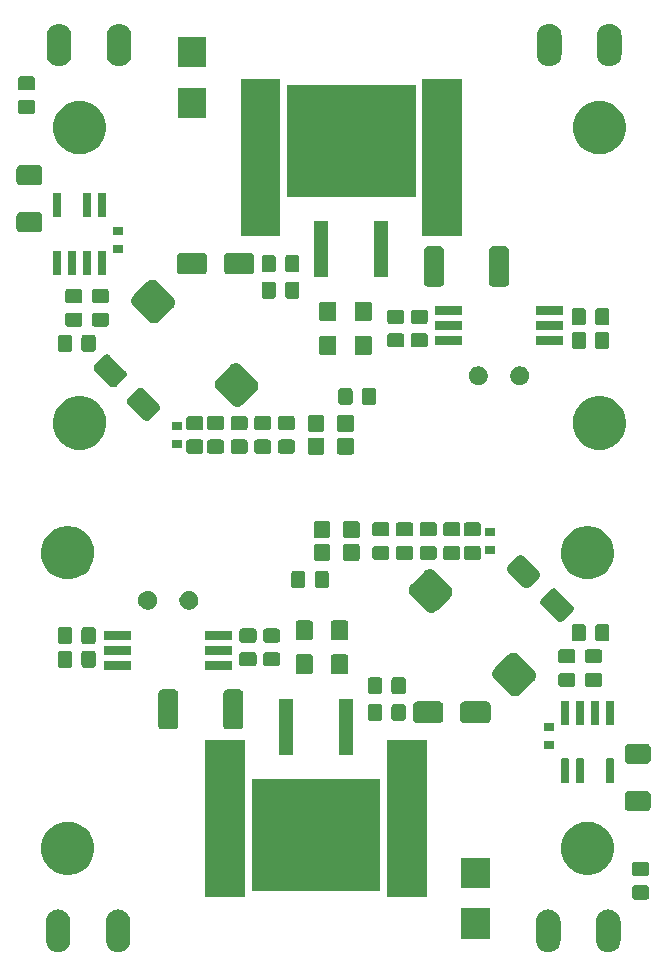
<source format=gts>
G04 #@! TF.GenerationSoftware,KiCad,Pcbnew,(5.1.5)-3*
G04 #@! TF.CreationDate,2020-02-03T09:46:18+01:00*
G04 #@! TF.ProjectId,Chopper_v2,43686f70-7065-4725-9f76-322e6b696361,rev?*
G04 #@! TF.SameCoordinates,PXc65d40PYb71b000*
G04 #@! TF.FileFunction,Soldermask,Top*
G04 #@! TF.FilePolarity,Negative*
%FSLAX46Y46*%
G04 Gerber Fmt 4.6, Leading zero omitted, Abs format (unit mm)*
G04 Created by KiCad (PCBNEW (5.1.5)-3) date 2020-02-03 09:46:18*
%MOMM*%
%LPD*%
G04 APERTURE LIST*
%ADD10C,0.100000*%
G04 APERTURE END LIST*
D10*
G36*
X45876032Y10785793D02*
G01*
X46074146Y10725695D01*
X46074149Y10725694D01*
X46170975Y10673939D01*
X46256729Y10628103D01*
X46416765Y10496765D01*
X46548103Y10336729D01*
X46593939Y10250975D01*
X46645694Y10154149D01*
X46645695Y10154146D01*
X46705793Y9956032D01*
X46721000Y9801630D01*
X46721000Y8198370D01*
X46705793Y8043968D01*
X46645695Y7845855D01*
X46645694Y7845851D01*
X46593939Y7749025D01*
X46548103Y7663271D01*
X46416765Y7503235D01*
X46256729Y7371897D01*
X46140030Y7309521D01*
X46074148Y7274306D01*
X46074145Y7274305D01*
X45876031Y7214207D01*
X45670000Y7193915D01*
X45463968Y7214207D01*
X45265854Y7274305D01*
X45265851Y7274306D01*
X45169025Y7326061D01*
X45083271Y7371897D01*
X44923235Y7503235D01*
X44791897Y7663271D01*
X44694307Y7845851D01*
X44694306Y7845852D01*
X44694305Y7845855D01*
X44634207Y8043969D01*
X44619000Y8198371D01*
X44619000Y9801631D01*
X44634207Y9956033D01*
X44694305Y10154146D01*
X44757904Y10273130D01*
X44791898Y10336729D01*
X44923236Y10496765D01*
X45083272Y10628103D01*
X45169026Y10673939D01*
X45265852Y10725694D01*
X45265855Y10725695D01*
X45463969Y10785793D01*
X45670000Y10806085D01*
X45876032Y10785793D01*
G37*
G36*
X9456032Y10785793D02*
G01*
X9654146Y10725695D01*
X9654149Y10725694D01*
X9750975Y10673939D01*
X9836729Y10628103D01*
X9996765Y10496765D01*
X10128103Y10336729D01*
X10173939Y10250975D01*
X10225694Y10154149D01*
X10225695Y10154146D01*
X10285793Y9956032D01*
X10301000Y9801630D01*
X10301000Y8198370D01*
X10285793Y8043968D01*
X10225695Y7845855D01*
X10225694Y7845851D01*
X10173939Y7749025D01*
X10128103Y7663271D01*
X9996765Y7503235D01*
X9836729Y7371897D01*
X9720030Y7309521D01*
X9654148Y7274306D01*
X9654145Y7274305D01*
X9456031Y7214207D01*
X9250000Y7193915D01*
X9043968Y7214207D01*
X8845854Y7274305D01*
X8845851Y7274306D01*
X8749025Y7326061D01*
X8663271Y7371897D01*
X8503235Y7503235D01*
X8371897Y7663271D01*
X8274307Y7845851D01*
X8274306Y7845852D01*
X8274305Y7845855D01*
X8214207Y8043969D01*
X8199000Y8198371D01*
X8199000Y9801631D01*
X8214207Y9956033D01*
X8274305Y10154146D01*
X8337904Y10273130D01*
X8371898Y10336729D01*
X8503236Y10496765D01*
X8663272Y10628103D01*
X8749026Y10673939D01*
X8845852Y10725694D01*
X8845855Y10725695D01*
X9043969Y10785793D01*
X9250000Y10806085D01*
X9456032Y10785793D01*
G37*
G36*
X4376032Y10785793D02*
G01*
X4574146Y10725695D01*
X4574149Y10725694D01*
X4670975Y10673939D01*
X4756729Y10628103D01*
X4916765Y10496765D01*
X5048103Y10336729D01*
X5093939Y10250975D01*
X5145694Y10154149D01*
X5145695Y10154146D01*
X5205793Y9956032D01*
X5221000Y9801630D01*
X5221000Y8198370D01*
X5205793Y8043968D01*
X5145695Y7845855D01*
X5145694Y7845851D01*
X5093939Y7749025D01*
X5048103Y7663271D01*
X4916765Y7503235D01*
X4756729Y7371897D01*
X4640030Y7309521D01*
X4574148Y7274306D01*
X4574145Y7274305D01*
X4376031Y7214207D01*
X4170000Y7193915D01*
X3963968Y7214207D01*
X3765854Y7274305D01*
X3765851Y7274306D01*
X3669025Y7326061D01*
X3583271Y7371897D01*
X3423235Y7503235D01*
X3291897Y7663271D01*
X3194307Y7845851D01*
X3194306Y7845852D01*
X3194305Y7845855D01*
X3134207Y8043969D01*
X3119000Y8198371D01*
X3119000Y9801631D01*
X3134207Y9956033D01*
X3194305Y10154146D01*
X3257904Y10273130D01*
X3291898Y10336729D01*
X3423236Y10496765D01*
X3583272Y10628103D01*
X3669026Y10673939D01*
X3765852Y10725694D01*
X3765855Y10725695D01*
X3963969Y10785793D01*
X4170000Y10806085D01*
X4376032Y10785793D01*
G37*
G36*
X50956032Y10785793D02*
G01*
X51154146Y10725695D01*
X51154149Y10725694D01*
X51250975Y10673939D01*
X51336729Y10628103D01*
X51496765Y10496765D01*
X51628103Y10336729D01*
X51673939Y10250975D01*
X51725694Y10154149D01*
X51725695Y10154146D01*
X51785793Y9956032D01*
X51801000Y9801630D01*
X51801000Y8198370D01*
X51785793Y8043968D01*
X51725695Y7845855D01*
X51725694Y7845851D01*
X51673939Y7749025D01*
X51628103Y7663271D01*
X51496765Y7503235D01*
X51336729Y7371897D01*
X51220030Y7309521D01*
X51154148Y7274306D01*
X51154145Y7274305D01*
X50956031Y7214207D01*
X50750000Y7193915D01*
X50543968Y7214207D01*
X50345854Y7274305D01*
X50345851Y7274306D01*
X50249025Y7326061D01*
X50163271Y7371897D01*
X50003235Y7503235D01*
X49871897Y7663271D01*
X49774307Y7845851D01*
X49774306Y7845852D01*
X49774305Y7845855D01*
X49714207Y8043969D01*
X49699000Y8198371D01*
X49699000Y9801631D01*
X49714207Y9956033D01*
X49774305Y10154146D01*
X49837904Y10273130D01*
X49871898Y10336729D01*
X50003236Y10496765D01*
X50163272Y10628103D01*
X50249026Y10673939D01*
X50345852Y10725694D01*
X50345855Y10725695D01*
X50543969Y10785793D01*
X50750000Y10806085D01*
X50956032Y10785793D01*
G37*
G36*
X40701000Y8299000D02*
G01*
X38299000Y8299000D01*
X38299000Y10901000D01*
X40701000Y10901000D01*
X40701000Y8299000D01*
G37*
G36*
X54033715Y12844844D02*
G01*
X54078155Y12831363D01*
X54119113Y12809470D01*
X54155011Y12780011D01*
X54184470Y12744113D01*
X54206363Y12703155D01*
X54219844Y12658715D01*
X54225000Y12606360D01*
X54225000Y11893640D01*
X54219844Y11841285D01*
X54206363Y11796845D01*
X54184470Y11755887D01*
X54155011Y11719989D01*
X54119113Y11690530D01*
X54078155Y11668637D01*
X54033715Y11655156D01*
X53981360Y11650000D01*
X53018640Y11650000D01*
X52966285Y11655156D01*
X52921845Y11668637D01*
X52880887Y11690530D01*
X52844989Y11719989D01*
X52815530Y11755887D01*
X52793637Y11796845D01*
X52780156Y11841285D01*
X52775000Y11893640D01*
X52775000Y12606360D01*
X52780156Y12658715D01*
X52793637Y12703155D01*
X52815530Y12744113D01*
X52844989Y12780011D01*
X52880887Y12809470D01*
X52921845Y12831363D01*
X52966285Y12844844D01*
X53018640Y12850000D01*
X53981360Y12850000D01*
X54033715Y12844844D01*
G37*
G36*
X19976000Y11849000D02*
G01*
X16624000Y11849000D01*
X16624000Y25151000D01*
X19976000Y25151000D01*
X19976000Y11849000D01*
G37*
G36*
X35376000Y11849000D02*
G01*
X32024000Y11849000D01*
X32024000Y25151000D01*
X35376000Y25151000D01*
X35376000Y11849000D01*
G37*
G36*
X31451000Y12374000D02*
G01*
X20549000Y12374000D01*
X20549000Y21876000D01*
X31451000Y21876000D01*
X31451000Y12374000D01*
G37*
G36*
X40701000Y12599000D02*
G01*
X38299000Y12599000D01*
X38299000Y15201000D01*
X40701000Y15201000D01*
X40701000Y12599000D01*
G37*
G36*
X54033715Y14844844D02*
G01*
X54078155Y14831363D01*
X54119113Y14809470D01*
X54155011Y14780011D01*
X54184470Y14744113D01*
X54206363Y14703155D01*
X54219844Y14658715D01*
X54225000Y14606360D01*
X54225000Y13893640D01*
X54219844Y13841285D01*
X54206363Y13796845D01*
X54184470Y13755887D01*
X54155011Y13719989D01*
X54119113Y13690530D01*
X54078155Y13668637D01*
X54033715Y13655156D01*
X53981360Y13650000D01*
X53018640Y13650000D01*
X52966285Y13655156D01*
X52921845Y13668637D01*
X52880887Y13690530D01*
X52844989Y13719989D01*
X52815530Y13755887D01*
X52793637Y13796845D01*
X52780156Y13841285D01*
X52775000Y13893640D01*
X52775000Y14606360D01*
X52780156Y14658715D01*
X52793637Y14703155D01*
X52815530Y14744113D01*
X52844989Y14780011D01*
X52880887Y14809470D01*
X52921845Y14831363D01*
X52966285Y14844844D01*
X53018640Y14850000D01*
X53981360Y14850000D01*
X54033715Y14844844D01*
G37*
G36*
X5438953Y18206767D02*
G01*
X5656301Y18163534D01*
X6065775Y17993924D01*
X6434292Y17747689D01*
X6747689Y17434292D01*
X6993924Y17065775D01*
X7163534Y16656301D01*
X7250000Y16221606D01*
X7250000Y15778394D01*
X7163534Y15343699D01*
X6993924Y14934225D01*
X6747689Y14565708D01*
X6434292Y14252311D01*
X6065775Y14006076D01*
X5656301Y13836466D01*
X5457112Y13796845D01*
X5221607Y13750000D01*
X4778393Y13750000D01*
X4542888Y13796845D01*
X4343699Y13836466D01*
X3934225Y14006076D01*
X3565708Y14252311D01*
X3252311Y14565708D01*
X3006076Y14934225D01*
X2836466Y15343699D01*
X2750000Y15778394D01*
X2750000Y16221606D01*
X2836466Y16656301D01*
X3006076Y17065775D01*
X3252311Y17434292D01*
X3565708Y17747689D01*
X3934225Y17993924D01*
X4343699Y18163534D01*
X4561047Y18206767D01*
X4778393Y18250000D01*
X5221607Y18250000D01*
X5438953Y18206767D01*
G37*
G36*
X49438953Y18206767D02*
G01*
X49656301Y18163534D01*
X50065775Y17993924D01*
X50434292Y17747689D01*
X50747689Y17434292D01*
X50993924Y17065775D01*
X51163534Y16656301D01*
X51250000Y16221606D01*
X51250000Y15778394D01*
X51163534Y15343699D01*
X50993924Y14934225D01*
X50747689Y14565708D01*
X50434292Y14252311D01*
X50065775Y14006076D01*
X49656301Y13836466D01*
X49457112Y13796845D01*
X49221607Y13750000D01*
X48778393Y13750000D01*
X48542888Y13796845D01*
X48343699Y13836466D01*
X47934225Y14006076D01*
X47565708Y14252311D01*
X47252311Y14565708D01*
X47006076Y14934225D01*
X46836466Y15343699D01*
X46750000Y15778394D01*
X46750000Y16221606D01*
X46836466Y16656301D01*
X47006076Y17065775D01*
X47252311Y17434292D01*
X47565708Y17747689D01*
X47934225Y17993924D01*
X48343699Y18163534D01*
X48561047Y18206767D01*
X48778393Y18250000D01*
X49221607Y18250000D01*
X49438953Y18206767D01*
G37*
G36*
X54058103Y20842442D02*
G01*
X54125990Y20821848D01*
X54188559Y20788404D01*
X54243399Y20743399D01*
X54288404Y20688559D01*
X54321848Y20625990D01*
X54342442Y20558103D01*
X54350000Y20481360D01*
X54350000Y19518640D01*
X54342442Y19441897D01*
X54321848Y19374010D01*
X54288404Y19311441D01*
X54243399Y19256601D01*
X54188559Y19211596D01*
X54125990Y19178152D01*
X54058103Y19157558D01*
X53981360Y19150000D01*
X52518640Y19150000D01*
X52441897Y19157558D01*
X52374010Y19178152D01*
X52311441Y19211596D01*
X52256601Y19256601D01*
X52211596Y19311441D01*
X52178152Y19374010D01*
X52157558Y19441897D01*
X52150000Y19518640D01*
X52150000Y20481360D01*
X52157558Y20558103D01*
X52178152Y20625990D01*
X52211596Y20688559D01*
X52256601Y20743399D01*
X52311441Y20788404D01*
X52374010Y20821848D01*
X52441897Y20842442D01*
X52518640Y20850000D01*
X53981360Y20850000D01*
X54058103Y20842442D01*
G37*
G36*
X48624928Y23598236D02*
G01*
X48646009Y23591840D01*
X48665445Y23581452D01*
X48682476Y23567476D01*
X48696452Y23550445D01*
X48706840Y23531009D01*
X48713236Y23509928D01*
X48716000Y23481860D01*
X48716000Y21618140D01*
X48713236Y21590072D01*
X48706840Y21568991D01*
X48696452Y21549555D01*
X48682476Y21532524D01*
X48665445Y21518548D01*
X48646009Y21508160D01*
X48624928Y21501764D01*
X48596860Y21499000D01*
X48133140Y21499000D01*
X48105072Y21501764D01*
X48083991Y21508160D01*
X48064555Y21518548D01*
X48047524Y21532524D01*
X48033548Y21549555D01*
X48023160Y21568991D01*
X48016764Y21590072D01*
X48014000Y21618140D01*
X48014000Y23481860D01*
X48016764Y23509928D01*
X48023160Y23531009D01*
X48033548Y23550445D01*
X48047524Y23567476D01*
X48064555Y23581452D01*
X48083991Y23591840D01*
X48105072Y23598236D01*
X48133140Y23601000D01*
X48596860Y23601000D01*
X48624928Y23598236D01*
G37*
G36*
X47354928Y23598236D02*
G01*
X47376009Y23591840D01*
X47395445Y23581452D01*
X47412476Y23567476D01*
X47426452Y23550445D01*
X47436840Y23531009D01*
X47443236Y23509928D01*
X47446000Y23481860D01*
X47446000Y21618140D01*
X47443236Y21590072D01*
X47436840Y21568991D01*
X47426452Y21549555D01*
X47412476Y21532524D01*
X47395445Y21518548D01*
X47376009Y21508160D01*
X47354928Y21501764D01*
X47326860Y21499000D01*
X46863140Y21499000D01*
X46835072Y21501764D01*
X46813991Y21508160D01*
X46794555Y21518548D01*
X46777524Y21532524D01*
X46763548Y21549555D01*
X46753160Y21568991D01*
X46746764Y21590072D01*
X46744000Y21618140D01*
X46744000Y23481860D01*
X46746764Y23509928D01*
X46753160Y23531009D01*
X46763548Y23550445D01*
X46777524Y23567476D01*
X46794555Y23581452D01*
X46813991Y23591840D01*
X46835072Y23598236D01*
X46863140Y23601000D01*
X47326860Y23601000D01*
X47354928Y23598236D01*
G37*
G36*
X51164928Y23598236D02*
G01*
X51186009Y23591840D01*
X51205445Y23581452D01*
X51222476Y23567476D01*
X51236452Y23550445D01*
X51246840Y23531009D01*
X51253236Y23509928D01*
X51256000Y23481860D01*
X51256000Y21618140D01*
X51253236Y21590072D01*
X51246840Y21568991D01*
X51236452Y21549555D01*
X51222476Y21532524D01*
X51205445Y21518548D01*
X51186009Y21508160D01*
X51164928Y21501764D01*
X51136860Y21499000D01*
X50673140Y21499000D01*
X50645072Y21501764D01*
X50623991Y21508160D01*
X50604555Y21518548D01*
X50587524Y21532524D01*
X50573548Y21549555D01*
X50563160Y21568991D01*
X50556764Y21590072D01*
X50554000Y21618140D01*
X50554000Y23481860D01*
X50556764Y23509928D01*
X50563160Y23531009D01*
X50573548Y23550445D01*
X50587524Y23567476D01*
X50604555Y23581452D01*
X50623991Y23591840D01*
X50645072Y23598236D01*
X50673140Y23601000D01*
X51136860Y23601000D01*
X51164928Y23598236D01*
G37*
G36*
X54058103Y24842442D02*
G01*
X54125990Y24821848D01*
X54188559Y24788404D01*
X54243399Y24743399D01*
X54288404Y24688559D01*
X54321848Y24625990D01*
X54342442Y24558103D01*
X54350000Y24481360D01*
X54350000Y23518640D01*
X54342442Y23441897D01*
X54321848Y23374010D01*
X54288404Y23311441D01*
X54243399Y23256601D01*
X54188559Y23211596D01*
X54125990Y23178152D01*
X54058103Y23157558D01*
X53981360Y23150000D01*
X52518640Y23150000D01*
X52441897Y23157558D01*
X52374010Y23178152D01*
X52311441Y23211596D01*
X52256601Y23256601D01*
X52211596Y23311441D01*
X52178152Y23374010D01*
X52157558Y23441897D01*
X52150000Y23518640D01*
X52150000Y24481360D01*
X52157558Y24558103D01*
X52178152Y24625990D01*
X52211596Y24688559D01*
X52256601Y24743399D01*
X52311441Y24788404D01*
X52374010Y24821848D01*
X52441897Y24842442D01*
X52518640Y24850000D01*
X53981360Y24850000D01*
X54058103Y24842442D01*
G37*
G36*
X24061000Y23924000D02*
G01*
X22859000Y23924000D01*
X22859000Y28626000D01*
X24061000Y28626000D01*
X24061000Y23924000D01*
G37*
G36*
X29141000Y23924000D02*
G01*
X27939000Y23924000D01*
X27939000Y28626000D01*
X29141000Y28626000D01*
X29141000Y23924000D01*
G37*
G36*
X46111938Y25093284D02*
G01*
X46132557Y25087029D01*
X46151553Y25076876D01*
X46168208Y25063208D01*
X46181876Y25046553D01*
X46192029Y25027557D01*
X46198284Y25006938D01*
X46201000Y24979360D01*
X46201000Y24520640D01*
X46198284Y24493062D01*
X46192029Y24472443D01*
X46181876Y24453447D01*
X46168208Y24436792D01*
X46151553Y24423124D01*
X46132557Y24412971D01*
X46111938Y24406716D01*
X46084360Y24404000D01*
X45415640Y24404000D01*
X45388062Y24406716D01*
X45367443Y24412971D01*
X45348447Y24423124D01*
X45331792Y24436792D01*
X45318124Y24453447D01*
X45307971Y24472443D01*
X45301716Y24493062D01*
X45299000Y24520640D01*
X45299000Y24979360D01*
X45301716Y25006938D01*
X45307971Y25027557D01*
X45318124Y25046553D01*
X45331792Y25063208D01*
X45348447Y25076876D01*
X45367443Y25087029D01*
X45388062Y25093284D01*
X45415640Y25096000D01*
X46084360Y25096000D01*
X46111938Y25093284D01*
G37*
G36*
X46111938Y26593284D02*
G01*
X46132557Y26587029D01*
X46151553Y26576876D01*
X46168208Y26563208D01*
X46181876Y26546553D01*
X46192029Y26527557D01*
X46198284Y26506938D01*
X46201000Y26479360D01*
X46201000Y26020640D01*
X46198284Y25993062D01*
X46192029Y25972443D01*
X46181876Y25953447D01*
X46168208Y25936792D01*
X46151553Y25923124D01*
X46132557Y25912971D01*
X46111938Y25906716D01*
X46084360Y25904000D01*
X45415640Y25904000D01*
X45388062Y25906716D01*
X45367443Y25912971D01*
X45348447Y25923124D01*
X45331792Y25936792D01*
X45318124Y25953447D01*
X45307971Y25972443D01*
X45301716Y25993062D01*
X45299000Y26020640D01*
X45299000Y26479360D01*
X45301716Y26506938D01*
X45307971Y26527557D01*
X45318124Y26546553D01*
X45331792Y26563208D01*
X45348447Y26576876D01*
X45367443Y26587029D01*
X45388062Y26593284D01*
X45415640Y26596000D01*
X46084360Y26596000D01*
X46111938Y26593284D01*
G37*
G36*
X19558103Y29442442D02*
G01*
X19625990Y29421848D01*
X19688559Y29388404D01*
X19743399Y29343399D01*
X19788404Y29288559D01*
X19821848Y29225990D01*
X19842442Y29158103D01*
X19850000Y29081360D01*
X19850000Y26418640D01*
X19842442Y26341897D01*
X19821848Y26274010D01*
X19788404Y26211441D01*
X19743399Y26156601D01*
X19688559Y26111596D01*
X19625990Y26078152D01*
X19558103Y26057558D01*
X19481360Y26050000D01*
X18518640Y26050000D01*
X18441897Y26057558D01*
X18374010Y26078152D01*
X18311441Y26111596D01*
X18256601Y26156601D01*
X18211596Y26211441D01*
X18178152Y26274010D01*
X18157558Y26341897D01*
X18150000Y26418640D01*
X18150000Y29081360D01*
X18157558Y29158103D01*
X18178152Y29225990D01*
X18211596Y29288559D01*
X18256601Y29343399D01*
X18311441Y29388404D01*
X18374010Y29421848D01*
X18441897Y29442442D01*
X18518640Y29450000D01*
X19481360Y29450000D01*
X19558103Y29442442D01*
G37*
G36*
X14058103Y29442442D02*
G01*
X14125990Y29421848D01*
X14188559Y29388404D01*
X14243399Y29343399D01*
X14288404Y29288559D01*
X14321848Y29225990D01*
X14342442Y29158103D01*
X14350000Y29081360D01*
X14350000Y26418640D01*
X14342442Y26341897D01*
X14321848Y26274010D01*
X14288404Y26211441D01*
X14243399Y26156601D01*
X14188559Y26111596D01*
X14125990Y26078152D01*
X14058103Y26057558D01*
X13981360Y26050000D01*
X13018640Y26050000D01*
X12941897Y26057558D01*
X12874010Y26078152D01*
X12811441Y26111596D01*
X12756601Y26156601D01*
X12711596Y26211441D01*
X12678152Y26274010D01*
X12657558Y26341897D01*
X12650000Y26418640D01*
X12650000Y29081360D01*
X12657558Y29158103D01*
X12678152Y29225990D01*
X12711596Y29288559D01*
X12756601Y29343399D01*
X12811441Y29388404D01*
X12874010Y29421848D01*
X12941897Y29442442D01*
X13018640Y29450000D01*
X13981360Y29450000D01*
X14058103Y29442442D01*
G37*
G36*
X47354928Y28498236D02*
G01*
X47376009Y28491840D01*
X47395445Y28481452D01*
X47412476Y28467476D01*
X47426452Y28450445D01*
X47436840Y28431009D01*
X47443236Y28409928D01*
X47446000Y28381860D01*
X47446000Y26518140D01*
X47443236Y26490072D01*
X47436840Y26468991D01*
X47426452Y26449555D01*
X47412476Y26432524D01*
X47395445Y26418548D01*
X47376009Y26408160D01*
X47354928Y26401764D01*
X47326860Y26399000D01*
X46863140Y26399000D01*
X46835072Y26401764D01*
X46813991Y26408160D01*
X46794555Y26418548D01*
X46777524Y26432524D01*
X46763548Y26449555D01*
X46753160Y26468991D01*
X46746764Y26490072D01*
X46744000Y26518140D01*
X46744000Y28381860D01*
X46746764Y28409928D01*
X46753160Y28431009D01*
X46763548Y28450445D01*
X46777524Y28467476D01*
X46794555Y28481452D01*
X46813991Y28491840D01*
X46835072Y28498236D01*
X46863140Y28501000D01*
X47326860Y28501000D01*
X47354928Y28498236D01*
G37*
G36*
X49894928Y28498236D02*
G01*
X49916009Y28491840D01*
X49935445Y28481452D01*
X49952476Y28467476D01*
X49966452Y28450445D01*
X49976840Y28431009D01*
X49983236Y28409928D01*
X49986000Y28381860D01*
X49986000Y26518140D01*
X49983236Y26490072D01*
X49976840Y26468991D01*
X49966452Y26449555D01*
X49952476Y26432524D01*
X49935445Y26418548D01*
X49916009Y26408160D01*
X49894928Y26401764D01*
X49866860Y26399000D01*
X49403140Y26399000D01*
X49375072Y26401764D01*
X49353991Y26408160D01*
X49334555Y26418548D01*
X49317524Y26432524D01*
X49303548Y26449555D01*
X49293160Y26468991D01*
X49286764Y26490072D01*
X49284000Y26518140D01*
X49284000Y28381860D01*
X49286764Y28409928D01*
X49293160Y28431009D01*
X49303548Y28450445D01*
X49317524Y28467476D01*
X49334555Y28481452D01*
X49353991Y28491840D01*
X49375072Y28498236D01*
X49403140Y28501000D01*
X49866860Y28501000D01*
X49894928Y28498236D01*
G37*
G36*
X48624928Y28498236D02*
G01*
X48646009Y28491840D01*
X48665445Y28481452D01*
X48682476Y28467476D01*
X48696452Y28450445D01*
X48706840Y28431009D01*
X48713236Y28409928D01*
X48716000Y28381860D01*
X48716000Y26518140D01*
X48713236Y26490072D01*
X48706840Y26468991D01*
X48696452Y26449555D01*
X48682476Y26432524D01*
X48665445Y26418548D01*
X48646009Y26408160D01*
X48624928Y26401764D01*
X48596860Y26399000D01*
X48133140Y26399000D01*
X48105072Y26401764D01*
X48083991Y26408160D01*
X48064555Y26418548D01*
X48047524Y26432524D01*
X48033548Y26449555D01*
X48023160Y26468991D01*
X48016764Y26490072D01*
X48014000Y26518140D01*
X48014000Y28381860D01*
X48016764Y28409928D01*
X48023160Y28431009D01*
X48033548Y28450445D01*
X48047524Y28467476D01*
X48064555Y28481452D01*
X48083991Y28491840D01*
X48105072Y28498236D01*
X48133140Y28501000D01*
X48596860Y28501000D01*
X48624928Y28498236D01*
G37*
G36*
X51164928Y28498236D02*
G01*
X51186009Y28491840D01*
X51205445Y28481452D01*
X51222476Y28467476D01*
X51236452Y28450445D01*
X51246840Y28431009D01*
X51253236Y28409928D01*
X51256000Y28381860D01*
X51256000Y26518140D01*
X51253236Y26490072D01*
X51246840Y26468991D01*
X51236452Y26449555D01*
X51222476Y26432524D01*
X51205445Y26418548D01*
X51186009Y26408160D01*
X51164928Y26401764D01*
X51136860Y26399000D01*
X50673140Y26399000D01*
X50645072Y26401764D01*
X50623991Y26408160D01*
X50604555Y26418548D01*
X50587524Y26432524D01*
X50573548Y26449555D01*
X50563160Y26468991D01*
X50556764Y26490072D01*
X50554000Y26518140D01*
X50554000Y28381860D01*
X50556764Y28409928D01*
X50563160Y28431009D01*
X50573548Y28450445D01*
X50587524Y28467476D01*
X50604555Y28481452D01*
X50623991Y28491840D01*
X50645072Y28498236D01*
X50673140Y28501000D01*
X51136860Y28501000D01*
X51164928Y28498236D01*
G37*
G36*
X40478514Y28417712D02*
G01*
X40553534Y28394955D01*
X40622671Y28358000D01*
X40683269Y28308269D01*
X40733000Y28247671D01*
X40769955Y28178534D01*
X40792712Y28103514D01*
X40801000Y28019360D01*
X40801000Y26980640D01*
X40792712Y26896486D01*
X40769955Y26821466D01*
X40733000Y26752329D01*
X40683269Y26691731D01*
X40622671Y26642000D01*
X40553534Y26605045D01*
X40478514Y26582288D01*
X40394360Y26574000D01*
X38605640Y26574000D01*
X38521486Y26582288D01*
X38446466Y26605045D01*
X38377329Y26642000D01*
X38316731Y26691731D01*
X38267000Y26752329D01*
X38230045Y26821466D01*
X38207288Y26896486D01*
X38199000Y26980640D01*
X38199000Y28019360D01*
X38207288Y28103514D01*
X38230045Y28178534D01*
X38267000Y28247671D01*
X38316731Y28308269D01*
X38377329Y28358000D01*
X38446466Y28394955D01*
X38521486Y28417712D01*
X38605640Y28426000D01*
X40394360Y28426000D01*
X40478514Y28417712D01*
G37*
G36*
X36478514Y28417712D02*
G01*
X36553534Y28394955D01*
X36622671Y28358000D01*
X36683269Y28308269D01*
X36733000Y28247671D01*
X36769955Y28178534D01*
X36792712Y28103514D01*
X36801000Y28019360D01*
X36801000Y26980640D01*
X36792712Y26896486D01*
X36769955Y26821466D01*
X36733000Y26752329D01*
X36683269Y26691731D01*
X36622671Y26642000D01*
X36553534Y26605045D01*
X36478514Y26582288D01*
X36394360Y26574000D01*
X34605640Y26574000D01*
X34521486Y26582288D01*
X34446466Y26605045D01*
X34377329Y26642000D01*
X34316731Y26691731D01*
X34267000Y26752329D01*
X34230045Y26821466D01*
X34207288Y26896486D01*
X34199000Y26980640D01*
X34199000Y28019360D01*
X34207288Y28103514D01*
X34230045Y28178534D01*
X34267000Y28247671D01*
X34316731Y28308269D01*
X34377329Y28358000D01*
X34446466Y28394955D01*
X34521486Y28417712D01*
X34605640Y28426000D01*
X36394360Y28426000D01*
X36478514Y28417712D01*
G37*
G36*
X33408715Y28219844D02*
G01*
X33453155Y28206363D01*
X33494113Y28184470D01*
X33530011Y28155011D01*
X33559470Y28119113D01*
X33581363Y28078155D01*
X33594844Y28033715D01*
X33600000Y27981360D01*
X33600000Y27018640D01*
X33594844Y26966285D01*
X33581363Y26921845D01*
X33559470Y26880887D01*
X33530011Y26844989D01*
X33494113Y26815530D01*
X33453155Y26793637D01*
X33408715Y26780156D01*
X33356360Y26775000D01*
X32643640Y26775000D01*
X32591285Y26780156D01*
X32546845Y26793637D01*
X32505887Y26815530D01*
X32469989Y26844989D01*
X32440530Y26880887D01*
X32418637Y26921845D01*
X32405156Y26966285D01*
X32400000Y27018640D01*
X32400000Y27981360D01*
X32405156Y28033715D01*
X32418637Y28078155D01*
X32440530Y28119113D01*
X32469989Y28155011D01*
X32505887Y28184470D01*
X32546845Y28206363D01*
X32591285Y28219844D01*
X32643640Y28225000D01*
X33356360Y28225000D01*
X33408715Y28219844D01*
G37*
G36*
X31408715Y28219844D02*
G01*
X31453155Y28206363D01*
X31494113Y28184470D01*
X31530011Y28155011D01*
X31559470Y28119113D01*
X31581363Y28078155D01*
X31594844Y28033715D01*
X31600000Y27981360D01*
X31600000Y27018640D01*
X31594844Y26966285D01*
X31581363Y26921845D01*
X31559470Y26880887D01*
X31530011Y26844989D01*
X31494113Y26815530D01*
X31453155Y26793637D01*
X31408715Y26780156D01*
X31356360Y26775000D01*
X30643640Y26775000D01*
X30591285Y26780156D01*
X30546845Y26793637D01*
X30505887Y26815530D01*
X30469989Y26844989D01*
X30440530Y26880887D01*
X30418637Y26921845D01*
X30405156Y26966285D01*
X30400000Y27018640D01*
X30400000Y27981360D01*
X30405156Y28033715D01*
X30418637Y28078155D01*
X30440530Y28119113D01*
X30469989Y28155011D01*
X30505887Y28184470D01*
X30546845Y28206363D01*
X30591285Y28219844D01*
X30643640Y28225000D01*
X31356360Y28225000D01*
X31408715Y28219844D01*
G37*
G36*
X42844051Y32549245D02*
G01*
X42968310Y32511551D01*
X43082829Y32450339D01*
X43187972Y32364050D01*
X43227818Y32324204D01*
X43227829Y32324195D01*
X44395263Y31156761D01*
X44395272Y31156750D01*
X44435118Y31116904D01*
X44521407Y31011761D01*
X44582619Y30897242D01*
X44620313Y30772983D01*
X44633040Y30643755D01*
X44620313Y30514527D01*
X44582619Y30390268D01*
X44521407Y30275749D01*
X44435118Y30170606D01*
X44395272Y30130760D01*
X44395263Y30130749D01*
X43369251Y29104737D01*
X43369240Y29104728D01*
X43329394Y29064882D01*
X43224251Y28978593D01*
X43109732Y28917381D01*
X42985473Y28879687D01*
X42856245Y28866960D01*
X42727017Y28879687D01*
X42602758Y28917381D01*
X42488239Y28978593D01*
X42383096Y29064882D01*
X42343250Y29104728D01*
X42343239Y29104737D01*
X41175805Y30272171D01*
X41175796Y30272182D01*
X41135950Y30312028D01*
X41049661Y30417171D01*
X40988449Y30531690D01*
X40950755Y30655949D01*
X40938028Y30785177D01*
X40950755Y30914405D01*
X40988449Y31038664D01*
X41049661Y31153183D01*
X41135950Y31258326D01*
X41175796Y31298172D01*
X41175805Y31298183D01*
X42201817Y32324195D01*
X42201828Y32324204D01*
X42241674Y32364050D01*
X42346817Y32450339D01*
X42461336Y32511551D01*
X42585595Y32549245D01*
X42714823Y32561972D01*
X42844051Y32549245D01*
G37*
G36*
X31408715Y30469844D02*
G01*
X31453155Y30456363D01*
X31494113Y30434470D01*
X31530011Y30405011D01*
X31559470Y30369113D01*
X31581363Y30328155D01*
X31594844Y30283715D01*
X31600000Y30231360D01*
X31600000Y29268640D01*
X31594844Y29216285D01*
X31581363Y29171845D01*
X31559470Y29130887D01*
X31530011Y29094989D01*
X31494113Y29065530D01*
X31453155Y29043637D01*
X31408715Y29030156D01*
X31356360Y29025000D01*
X30643640Y29025000D01*
X30591285Y29030156D01*
X30546845Y29043637D01*
X30505887Y29065530D01*
X30469989Y29094989D01*
X30440530Y29130887D01*
X30418637Y29171845D01*
X30405156Y29216285D01*
X30400000Y29268640D01*
X30400000Y30231360D01*
X30405156Y30283715D01*
X30418637Y30328155D01*
X30440530Y30369113D01*
X30469989Y30405011D01*
X30505887Y30434470D01*
X30546845Y30456363D01*
X30591285Y30469844D01*
X30643640Y30475000D01*
X31356360Y30475000D01*
X31408715Y30469844D01*
G37*
G36*
X33408715Y30469844D02*
G01*
X33453155Y30456363D01*
X33494113Y30434470D01*
X33530011Y30405011D01*
X33559470Y30369113D01*
X33581363Y30328155D01*
X33594844Y30283715D01*
X33600000Y30231360D01*
X33600000Y29268640D01*
X33594844Y29216285D01*
X33581363Y29171845D01*
X33559470Y29130887D01*
X33530011Y29094989D01*
X33494113Y29065530D01*
X33453155Y29043637D01*
X33408715Y29030156D01*
X33356360Y29025000D01*
X32643640Y29025000D01*
X32591285Y29030156D01*
X32546845Y29043637D01*
X32505887Y29065530D01*
X32469989Y29094989D01*
X32440530Y29130887D01*
X32418637Y29171845D01*
X32405156Y29216285D01*
X32400000Y29268640D01*
X32400000Y30231360D01*
X32405156Y30283715D01*
X32418637Y30328155D01*
X32440530Y30369113D01*
X32469989Y30405011D01*
X32505887Y30434470D01*
X32546845Y30456363D01*
X32591285Y30469844D01*
X32643640Y30475000D01*
X33356360Y30475000D01*
X33408715Y30469844D01*
G37*
G36*
X50033715Y30844844D02*
G01*
X50078155Y30831363D01*
X50119113Y30809470D01*
X50155011Y30780011D01*
X50184470Y30744113D01*
X50206363Y30703155D01*
X50219844Y30658715D01*
X50225000Y30606360D01*
X50225000Y29893640D01*
X50219844Y29841285D01*
X50206363Y29796845D01*
X50184470Y29755887D01*
X50155011Y29719989D01*
X50119113Y29690530D01*
X50078155Y29668637D01*
X50033715Y29655156D01*
X49981360Y29650000D01*
X49018640Y29650000D01*
X48966285Y29655156D01*
X48921845Y29668637D01*
X48880887Y29690530D01*
X48844989Y29719989D01*
X48815530Y29755887D01*
X48793637Y29796845D01*
X48780156Y29841285D01*
X48775000Y29893640D01*
X48775000Y30606360D01*
X48780156Y30658715D01*
X48793637Y30703155D01*
X48815530Y30744113D01*
X48844989Y30780011D01*
X48880887Y30809470D01*
X48921845Y30831363D01*
X48966285Y30844844D01*
X49018640Y30850000D01*
X49981360Y30850000D01*
X50033715Y30844844D01*
G37*
G36*
X47783715Y30844844D02*
G01*
X47828155Y30831363D01*
X47869113Y30809470D01*
X47905011Y30780011D01*
X47934470Y30744113D01*
X47956363Y30703155D01*
X47969844Y30658715D01*
X47975000Y30606360D01*
X47975000Y29893640D01*
X47969844Y29841285D01*
X47956363Y29796845D01*
X47934470Y29755887D01*
X47905011Y29719989D01*
X47869113Y29690530D01*
X47828155Y29668637D01*
X47783715Y29655156D01*
X47731360Y29650000D01*
X46768640Y29650000D01*
X46716285Y29655156D01*
X46671845Y29668637D01*
X46630887Y29690530D01*
X46594989Y29719989D01*
X46565530Y29755887D01*
X46543637Y29796845D01*
X46530156Y29841285D01*
X46525000Y29893640D01*
X46525000Y30606360D01*
X46530156Y30658715D01*
X46543637Y30703155D01*
X46565530Y30744113D01*
X46594989Y30780011D01*
X46630887Y30809470D01*
X46671845Y30831363D01*
X46716285Y30844844D01*
X46768640Y30850000D01*
X47731360Y30850000D01*
X47783715Y30844844D01*
G37*
G36*
X25572798Y32396753D02*
G01*
X25608367Y32385963D01*
X25641139Y32368446D01*
X25669869Y32344869D01*
X25693446Y32316139D01*
X25710963Y32283367D01*
X25721753Y32247798D01*
X25726000Y32204675D01*
X25726000Y30920325D01*
X25721753Y30877202D01*
X25710963Y30841633D01*
X25693446Y30808861D01*
X25669869Y30780131D01*
X25641139Y30756554D01*
X25608367Y30739037D01*
X25572798Y30728247D01*
X25529675Y30724000D01*
X24470325Y30724000D01*
X24427202Y30728247D01*
X24391633Y30739037D01*
X24358861Y30756554D01*
X24330131Y30780131D01*
X24306554Y30808861D01*
X24289037Y30841633D01*
X24278247Y30877202D01*
X24274000Y30920325D01*
X24274000Y32204675D01*
X24278247Y32247798D01*
X24289037Y32283367D01*
X24306554Y32316139D01*
X24330131Y32344869D01*
X24358861Y32368446D01*
X24391633Y32385963D01*
X24427202Y32396753D01*
X24470325Y32401000D01*
X25529675Y32401000D01*
X25572798Y32396753D01*
G37*
G36*
X28572798Y32396753D02*
G01*
X28608367Y32385963D01*
X28641139Y32368446D01*
X28669869Y32344869D01*
X28693446Y32316139D01*
X28710963Y32283367D01*
X28721753Y32247798D01*
X28726000Y32204675D01*
X28726000Y30920325D01*
X28721753Y30877202D01*
X28710963Y30841633D01*
X28693446Y30808861D01*
X28669869Y30780131D01*
X28641139Y30756554D01*
X28608367Y30739037D01*
X28572798Y30728247D01*
X28529675Y30724000D01*
X27470325Y30724000D01*
X27427202Y30728247D01*
X27391633Y30739037D01*
X27358861Y30756554D01*
X27330131Y30780131D01*
X27306554Y30808861D01*
X27289037Y30841633D01*
X27278247Y30877202D01*
X27274000Y30920325D01*
X27274000Y32204675D01*
X27278247Y32247798D01*
X27289037Y32283367D01*
X27306554Y32316139D01*
X27330131Y32344869D01*
X27358861Y32368446D01*
X27391633Y32385963D01*
X27427202Y32396753D01*
X27470325Y32401000D01*
X28529675Y32401000D01*
X28572798Y32396753D01*
G37*
G36*
X18901000Y31109000D02*
G01*
X16639000Y31109000D01*
X16639000Y31851000D01*
X18901000Y31851000D01*
X18901000Y31109000D01*
G37*
G36*
X10361000Y31109000D02*
G01*
X8099000Y31109000D01*
X8099000Y31851000D01*
X10361000Y31851000D01*
X10361000Y31109000D01*
G37*
G36*
X7158715Y32719844D02*
G01*
X7203155Y32706363D01*
X7244113Y32684470D01*
X7280011Y32655011D01*
X7309470Y32619113D01*
X7331363Y32578155D01*
X7344844Y32533715D01*
X7350000Y32481360D01*
X7350000Y31518640D01*
X7344844Y31466285D01*
X7331363Y31421845D01*
X7309470Y31380887D01*
X7280011Y31344989D01*
X7244113Y31315530D01*
X7203155Y31293637D01*
X7158715Y31280156D01*
X7106360Y31275000D01*
X6393640Y31275000D01*
X6341285Y31280156D01*
X6296845Y31293637D01*
X6255887Y31315530D01*
X6219989Y31344989D01*
X6190530Y31380887D01*
X6168637Y31421845D01*
X6155156Y31466285D01*
X6150000Y31518640D01*
X6150000Y32481360D01*
X6155156Y32533715D01*
X6168637Y32578155D01*
X6190530Y32619113D01*
X6219989Y32655011D01*
X6255887Y32684470D01*
X6296845Y32706363D01*
X6341285Y32719844D01*
X6393640Y32725000D01*
X7106360Y32725000D01*
X7158715Y32719844D01*
G37*
G36*
X5158715Y32719844D02*
G01*
X5203155Y32706363D01*
X5244113Y32684470D01*
X5280011Y32655011D01*
X5309470Y32619113D01*
X5331363Y32578155D01*
X5344844Y32533715D01*
X5350000Y32481360D01*
X5350000Y31518640D01*
X5344844Y31466285D01*
X5331363Y31421845D01*
X5309470Y31380887D01*
X5280011Y31344989D01*
X5244113Y31315530D01*
X5203155Y31293637D01*
X5158715Y31280156D01*
X5106360Y31275000D01*
X4393640Y31275000D01*
X4341285Y31280156D01*
X4296845Y31293637D01*
X4255887Y31315530D01*
X4219989Y31344989D01*
X4190530Y31380887D01*
X4168637Y31421845D01*
X4155156Y31466285D01*
X4150000Y31518640D01*
X4150000Y32481360D01*
X4155156Y32533715D01*
X4168637Y32578155D01*
X4190530Y32619113D01*
X4219989Y32655011D01*
X4255887Y32684470D01*
X4296845Y32706363D01*
X4341285Y32719844D01*
X4393640Y32725000D01*
X5106360Y32725000D01*
X5158715Y32719844D01*
G37*
G36*
X22783715Y32594844D02*
G01*
X22828155Y32581363D01*
X22869113Y32559470D01*
X22905011Y32530011D01*
X22934470Y32494113D01*
X22956363Y32453155D01*
X22969844Y32408715D01*
X22975000Y32356360D01*
X22975000Y31643640D01*
X22969844Y31591285D01*
X22956363Y31546845D01*
X22934470Y31505887D01*
X22905011Y31469989D01*
X22869113Y31440530D01*
X22828155Y31418637D01*
X22783715Y31405156D01*
X22731360Y31400000D01*
X21768640Y31400000D01*
X21716285Y31405156D01*
X21671845Y31418637D01*
X21630887Y31440530D01*
X21594989Y31469989D01*
X21565530Y31505887D01*
X21543637Y31546845D01*
X21530156Y31591285D01*
X21525000Y31643640D01*
X21525000Y32356360D01*
X21530156Y32408715D01*
X21543637Y32453155D01*
X21565530Y32494113D01*
X21594989Y32530011D01*
X21630887Y32559470D01*
X21671845Y32581363D01*
X21716285Y32594844D01*
X21768640Y32600000D01*
X22731360Y32600000D01*
X22783715Y32594844D01*
G37*
G36*
X20783715Y32594844D02*
G01*
X20828155Y32581363D01*
X20869113Y32559470D01*
X20905011Y32530011D01*
X20934470Y32494113D01*
X20956363Y32453155D01*
X20969844Y32408715D01*
X20975000Y32356360D01*
X20975000Y31643640D01*
X20969844Y31591285D01*
X20956363Y31546845D01*
X20934470Y31505887D01*
X20905011Y31469989D01*
X20869113Y31440530D01*
X20828155Y31418637D01*
X20783715Y31405156D01*
X20731360Y31400000D01*
X19768640Y31400000D01*
X19716285Y31405156D01*
X19671845Y31418637D01*
X19630887Y31440530D01*
X19594989Y31469989D01*
X19565530Y31505887D01*
X19543637Y31546845D01*
X19530156Y31591285D01*
X19525000Y31643640D01*
X19525000Y32356360D01*
X19530156Y32408715D01*
X19543637Y32453155D01*
X19565530Y32494113D01*
X19594989Y32530011D01*
X19630887Y32559470D01*
X19671845Y32581363D01*
X19716285Y32594844D01*
X19768640Y32600000D01*
X20731360Y32600000D01*
X20783715Y32594844D01*
G37*
G36*
X47783715Y32844844D02*
G01*
X47828155Y32831363D01*
X47869113Y32809470D01*
X47905011Y32780011D01*
X47934470Y32744113D01*
X47956363Y32703155D01*
X47969844Y32658715D01*
X47975000Y32606360D01*
X47975000Y31893640D01*
X47969844Y31841285D01*
X47956363Y31796845D01*
X47934470Y31755887D01*
X47905011Y31719989D01*
X47869113Y31690530D01*
X47828155Y31668637D01*
X47783715Y31655156D01*
X47731360Y31650000D01*
X46768640Y31650000D01*
X46716285Y31655156D01*
X46671845Y31668637D01*
X46630887Y31690530D01*
X46594989Y31719989D01*
X46565530Y31755887D01*
X46543637Y31796845D01*
X46530156Y31841285D01*
X46525000Y31893640D01*
X46525000Y32606360D01*
X46530156Y32658715D01*
X46543637Y32703155D01*
X46565530Y32744113D01*
X46594989Y32780011D01*
X46630887Y32809470D01*
X46671845Y32831363D01*
X46716285Y32844844D01*
X46768640Y32850000D01*
X47731360Y32850000D01*
X47783715Y32844844D01*
G37*
G36*
X50033715Y32844844D02*
G01*
X50078155Y32831363D01*
X50119113Y32809470D01*
X50155011Y32780011D01*
X50184470Y32744113D01*
X50206363Y32703155D01*
X50219844Y32658715D01*
X50225000Y32606360D01*
X50225000Y31893640D01*
X50219844Y31841285D01*
X50206363Y31796845D01*
X50184470Y31755887D01*
X50155011Y31719989D01*
X50119113Y31690530D01*
X50078155Y31668637D01*
X50033715Y31655156D01*
X49981360Y31650000D01*
X49018640Y31650000D01*
X48966285Y31655156D01*
X48921845Y31668637D01*
X48880887Y31690530D01*
X48844989Y31719989D01*
X48815530Y31755887D01*
X48793637Y31796845D01*
X48780156Y31841285D01*
X48775000Y31893640D01*
X48775000Y32606360D01*
X48780156Y32658715D01*
X48793637Y32703155D01*
X48815530Y32744113D01*
X48844989Y32780011D01*
X48880887Y32809470D01*
X48921845Y32831363D01*
X48966285Y32844844D01*
X49018640Y32850000D01*
X49981360Y32850000D01*
X50033715Y32844844D01*
G37*
G36*
X18901000Y32379000D02*
G01*
X16639000Y32379000D01*
X16639000Y33121000D01*
X18901000Y33121000D01*
X18901000Y32379000D01*
G37*
G36*
X10361000Y32379000D02*
G01*
X8099000Y32379000D01*
X8099000Y33121000D01*
X10361000Y33121000D01*
X10361000Y32379000D01*
G37*
G36*
X5158715Y34719844D02*
G01*
X5203155Y34706363D01*
X5244113Y34684470D01*
X5280011Y34655011D01*
X5309470Y34619113D01*
X5331363Y34578155D01*
X5344844Y34533715D01*
X5350000Y34481360D01*
X5350000Y33518640D01*
X5344844Y33466285D01*
X5331363Y33421845D01*
X5309470Y33380887D01*
X5280011Y33344989D01*
X5244113Y33315530D01*
X5203155Y33293637D01*
X5158715Y33280156D01*
X5106360Y33275000D01*
X4393640Y33275000D01*
X4341285Y33280156D01*
X4296845Y33293637D01*
X4255887Y33315530D01*
X4219989Y33344989D01*
X4190530Y33380887D01*
X4168637Y33421845D01*
X4155156Y33466285D01*
X4150000Y33518640D01*
X4150000Y34481360D01*
X4155156Y34533715D01*
X4168637Y34578155D01*
X4190530Y34619113D01*
X4219989Y34655011D01*
X4255887Y34684470D01*
X4296845Y34706363D01*
X4341285Y34719844D01*
X4393640Y34725000D01*
X5106360Y34725000D01*
X5158715Y34719844D01*
G37*
G36*
X7158715Y34719844D02*
G01*
X7203155Y34706363D01*
X7244113Y34684470D01*
X7280011Y34655011D01*
X7309470Y34619113D01*
X7331363Y34578155D01*
X7344844Y34533715D01*
X7350000Y34481360D01*
X7350000Y33518640D01*
X7344844Y33466285D01*
X7331363Y33421845D01*
X7309470Y33380887D01*
X7280011Y33344989D01*
X7244113Y33315530D01*
X7203155Y33293637D01*
X7158715Y33280156D01*
X7106360Y33275000D01*
X6393640Y33275000D01*
X6341285Y33280156D01*
X6296845Y33293637D01*
X6255887Y33315530D01*
X6219989Y33344989D01*
X6190530Y33380887D01*
X6168637Y33421845D01*
X6155156Y33466285D01*
X6150000Y33518640D01*
X6150000Y34481360D01*
X6155156Y34533715D01*
X6168637Y34578155D01*
X6190530Y34619113D01*
X6219989Y34655011D01*
X6255887Y34684470D01*
X6296845Y34706363D01*
X6341285Y34719844D01*
X6393640Y34725000D01*
X7106360Y34725000D01*
X7158715Y34719844D01*
G37*
G36*
X20783715Y34594844D02*
G01*
X20828155Y34581363D01*
X20869113Y34559470D01*
X20905011Y34530011D01*
X20934470Y34494113D01*
X20956363Y34453155D01*
X20969844Y34408715D01*
X20975000Y34356360D01*
X20975000Y33643640D01*
X20969844Y33591285D01*
X20956363Y33546845D01*
X20934470Y33505887D01*
X20905011Y33469989D01*
X20869113Y33440530D01*
X20828155Y33418637D01*
X20783715Y33405156D01*
X20731360Y33400000D01*
X19768640Y33400000D01*
X19716285Y33405156D01*
X19671845Y33418637D01*
X19630887Y33440530D01*
X19594989Y33469989D01*
X19565530Y33505887D01*
X19543637Y33546845D01*
X19530156Y33591285D01*
X19525000Y33643640D01*
X19525000Y34356360D01*
X19530156Y34408715D01*
X19543637Y34453155D01*
X19565530Y34494113D01*
X19594989Y34530011D01*
X19630887Y34559470D01*
X19671845Y34581363D01*
X19716285Y34594844D01*
X19768640Y34600000D01*
X20731360Y34600000D01*
X20783715Y34594844D01*
G37*
G36*
X22783715Y34594844D02*
G01*
X22828155Y34581363D01*
X22869113Y34559470D01*
X22905011Y34530011D01*
X22934470Y34494113D01*
X22956363Y34453155D01*
X22969844Y34408715D01*
X22975000Y34356360D01*
X22975000Y33643640D01*
X22969844Y33591285D01*
X22956363Y33546845D01*
X22934470Y33505887D01*
X22905011Y33469989D01*
X22869113Y33440530D01*
X22828155Y33418637D01*
X22783715Y33405156D01*
X22731360Y33400000D01*
X21768640Y33400000D01*
X21716285Y33405156D01*
X21671845Y33418637D01*
X21630887Y33440530D01*
X21594989Y33469989D01*
X21565530Y33505887D01*
X21543637Y33546845D01*
X21530156Y33591285D01*
X21525000Y33643640D01*
X21525000Y34356360D01*
X21530156Y34408715D01*
X21543637Y34453155D01*
X21565530Y34494113D01*
X21594989Y34530011D01*
X21630887Y34559470D01*
X21671845Y34581363D01*
X21716285Y34594844D01*
X21768640Y34600000D01*
X22731360Y34600000D01*
X22783715Y34594844D01*
G37*
G36*
X48658715Y34969844D02*
G01*
X48703155Y34956363D01*
X48744113Y34934470D01*
X48780011Y34905011D01*
X48809470Y34869113D01*
X48831363Y34828155D01*
X48844844Y34783715D01*
X48850000Y34731360D01*
X48850000Y33768640D01*
X48844844Y33716285D01*
X48831363Y33671845D01*
X48809470Y33630887D01*
X48780011Y33594989D01*
X48744113Y33565530D01*
X48703155Y33543637D01*
X48658715Y33530156D01*
X48606360Y33525000D01*
X47893640Y33525000D01*
X47841285Y33530156D01*
X47796845Y33543637D01*
X47755887Y33565530D01*
X47719989Y33594989D01*
X47690530Y33630887D01*
X47668637Y33671845D01*
X47655156Y33716285D01*
X47650000Y33768640D01*
X47650000Y34731360D01*
X47655156Y34783715D01*
X47668637Y34828155D01*
X47690530Y34869113D01*
X47719989Y34905011D01*
X47755887Y34934470D01*
X47796845Y34956363D01*
X47841285Y34969844D01*
X47893640Y34975000D01*
X48606360Y34975000D01*
X48658715Y34969844D01*
G37*
G36*
X50658715Y34969844D02*
G01*
X50703155Y34956363D01*
X50744113Y34934470D01*
X50780011Y34905011D01*
X50809470Y34869113D01*
X50831363Y34828155D01*
X50844844Y34783715D01*
X50850000Y34731360D01*
X50850000Y33768640D01*
X50844844Y33716285D01*
X50831363Y33671845D01*
X50809470Y33630887D01*
X50780011Y33594989D01*
X50744113Y33565530D01*
X50703155Y33543637D01*
X50658715Y33530156D01*
X50606360Y33525000D01*
X49893640Y33525000D01*
X49841285Y33530156D01*
X49796845Y33543637D01*
X49755887Y33565530D01*
X49719989Y33594989D01*
X49690530Y33630887D01*
X49668637Y33671845D01*
X49655156Y33716285D01*
X49650000Y33768640D01*
X49650000Y34731360D01*
X49655156Y34783715D01*
X49668637Y34828155D01*
X49690530Y34869113D01*
X49719989Y34905011D01*
X49755887Y34934470D01*
X49796845Y34956363D01*
X49841285Y34969844D01*
X49893640Y34975000D01*
X50606360Y34975000D01*
X50658715Y34969844D01*
G37*
G36*
X28572798Y35271753D02*
G01*
X28608367Y35260963D01*
X28641139Y35243446D01*
X28669869Y35219869D01*
X28693446Y35191139D01*
X28710963Y35158367D01*
X28721753Y35122798D01*
X28726000Y35079675D01*
X28726000Y33795325D01*
X28721753Y33752202D01*
X28710963Y33716633D01*
X28693446Y33683861D01*
X28669869Y33655131D01*
X28641139Y33631554D01*
X28608367Y33614037D01*
X28572798Y33603247D01*
X28529675Y33599000D01*
X27470325Y33599000D01*
X27427202Y33603247D01*
X27391633Y33614037D01*
X27358861Y33631554D01*
X27330131Y33655131D01*
X27306554Y33683861D01*
X27289037Y33716633D01*
X27278247Y33752202D01*
X27274000Y33795325D01*
X27274000Y35079675D01*
X27278247Y35122798D01*
X27289037Y35158367D01*
X27306554Y35191139D01*
X27330131Y35219869D01*
X27358861Y35243446D01*
X27391633Y35260963D01*
X27427202Y35271753D01*
X27470325Y35276000D01*
X28529675Y35276000D01*
X28572798Y35271753D01*
G37*
G36*
X25572798Y35271753D02*
G01*
X25608367Y35260963D01*
X25641139Y35243446D01*
X25669869Y35219869D01*
X25693446Y35191139D01*
X25710963Y35158367D01*
X25721753Y35122798D01*
X25726000Y35079675D01*
X25726000Y33795325D01*
X25721753Y33752202D01*
X25710963Y33716633D01*
X25693446Y33683861D01*
X25669869Y33655131D01*
X25641139Y33631554D01*
X25608367Y33614037D01*
X25572798Y33603247D01*
X25529675Y33599000D01*
X24470325Y33599000D01*
X24427202Y33603247D01*
X24391633Y33614037D01*
X24358861Y33631554D01*
X24330131Y33655131D01*
X24306554Y33683861D01*
X24289037Y33716633D01*
X24278247Y33752202D01*
X24274000Y33795325D01*
X24274000Y35079675D01*
X24278247Y35122798D01*
X24289037Y35158367D01*
X24306554Y35191139D01*
X24330131Y35219869D01*
X24358861Y35243446D01*
X24391633Y35260963D01*
X24427202Y35271753D01*
X24470325Y35276000D01*
X25529675Y35276000D01*
X25572798Y35271753D01*
G37*
G36*
X10361000Y33649000D02*
G01*
X8099000Y33649000D01*
X8099000Y34391000D01*
X10361000Y34391000D01*
X10361000Y33649000D01*
G37*
G36*
X18901000Y33649000D02*
G01*
X16639000Y33649000D01*
X16639000Y34391000D01*
X18901000Y34391000D01*
X18901000Y33649000D01*
G37*
G36*
X46227063Y37986332D02*
G01*
X46302083Y37963575D01*
X46371220Y37926620D01*
X46436584Y37872977D01*
X47701405Y36608156D01*
X47755048Y36542792D01*
X47792003Y36473655D01*
X47814760Y36398635D01*
X47822443Y36320621D01*
X47814760Y36242607D01*
X47792003Y36167587D01*
X47755048Y36098450D01*
X47701405Y36033086D01*
X46966914Y35298595D01*
X46901550Y35244952D01*
X46832413Y35207997D01*
X46757393Y35185240D01*
X46679379Y35177557D01*
X46601365Y35185240D01*
X46526345Y35207997D01*
X46457208Y35244952D01*
X46391844Y35298595D01*
X45127023Y36563416D01*
X45073380Y36628780D01*
X45036425Y36697917D01*
X45013668Y36772937D01*
X45005985Y36850951D01*
X45013668Y36928965D01*
X45036425Y37003985D01*
X45073380Y37073122D01*
X45127023Y37138486D01*
X45861514Y37872977D01*
X45926878Y37926620D01*
X45996015Y37963575D01*
X46071035Y37986332D01*
X46149049Y37994015D01*
X46227063Y37986332D01*
G37*
G36*
X35772983Y39620313D02*
G01*
X35897242Y39582619D01*
X36011761Y39521407D01*
X36116904Y39435118D01*
X36156750Y39395272D01*
X36156761Y39395263D01*
X37324195Y38227829D01*
X37324204Y38227818D01*
X37364050Y38187972D01*
X37450339Y38082829D01*
X37511551Y37968310D01*
X37549245Y37844051D01*
X37561972Y37714823D01*
X37549245Y37585595D01*
X37511551Y37461336D01*
X37450339Y37346817D01*
X37364050Y37241674D01*
X37324204Y37201828D01*
X37324195Y37201817D01*
X36298183Y36175805D01*
X36298172Y36175796D01*
X36258326Y36135950D01*
X36153183Y36049661D01*
X36038664Y35988449D01*
X35914405Y35950755D01*
X35785177Y35938028D01*
X35655949Y35950755D01*
X35531690Y35988449D01*
X35417171Y36049661D01*
X35312028Y36135950D01*
X35272182Y36175796D01*
X35272171Y36175805D01*
X34104737Y37343239D01*
X34104728Y37343250D01*
X34064882Y37383096D01*
X33978593Y37488239D01*
X33917381Y37602758D01*
X33879687Y37727017D01*
X33866960Y37856245D01*
X33879687Y37985473D01*
X33917381Y38109732D01*
X33978593Y38224251D01*
X34064882Y38329394D01*
X34104728Y38369240D01*
X34104737Y38369251D01*
X35130749Y39395263D01*
X35130760Y39395272D01*
X35170606Y39435118D01*
X35275749Y39521407D01*
X35390268Y39582619D01*
X35514527Y39620313D01*
X35643755Y39633040D01*
X35772983Y39620313D01*
G37*
G36*
X15483642Y37770219D02*
G01*
X15587940Y37727017D01*
X15629416Y37709837D01*
X15760608Y37622178D01*
X15872178Y37510608D01*
X15957378Y37383096D01*
X15959838Y37379414D01*
X16020219Y37233642D01*
X16051000Y37078893D01*
X16051000Y36921107D01*
X16020219Y36766358D01*
X15981867Y36673769D01*
X15959837Y36620584D01*
X15872178Y36489392D01*
X15760608Y36377822D01*
X15629416Y36290163D01*
X15629415Y36290162D01*
X15629414Y36290162D01*
X15483642Y36229781D01*
X15328893Y36199000D01*
X15171107Y36199000D01*
X15016358Y36229781D01*
X14870586Y36290162D01*
X14870585Y36290162D01*
X14870584Y36290163D01*
X14739392Y36377822D01*
X14627822Y36489392D01*
X14540163Y36620584D01*
X14518133Y36673769D01*
X14479781Y36766358D01*
X14449000Y36921107D01*
X14449000Y37078893D01*
X14479781Y37233642D01*
X14540162Y37379414D01*
X14542622Y37383096D01*
X14627822Y37510608D01*
X14739392Y37622178D01*
X14870584Y37709837D01*
X14912060Y37727017D01*
X15016358Y37770219D01*
X15171107Y37801000D01*
X15328893Y37801000D01*
X15483642Y37770219D01*
G37*
G36*
X11983642Y37770219D02*
G01*
X12087940Y37727017D01*
X12129416Y37709837D01*
X12260608Y37622178D01*
X12372178Y37510608D01*
X12457378Y37383096D01*
X12459838Y37379414D01*
X12520219Y37233642D01*
X12551000Y37078893D01*
X12551000Y36921107D01*
X12520219Y36766358D01*
X12481867Y36673769D01*
X12459837Y36620584D01*
X12372178Y36489392D01*
X12260608Y36377822D01*
X12129416Y36290163D01*
X12129415Y36290162D01*
X12129414Y36290162D01*
X11983642Y36229781D01*
X11828893Y36199000D01*
X11671107Y36199000D01*
X11516358Y36229781D01*
X11370586Y36290162D01*
X11370585Y36290162D01*
X11370584Y36290163D01*
X11239392Y36377822D01*
X11127822Y36489392D01*
X11040163Y36620584D01*
X11018133Y36673769D01*
X10979781Y36766358D01*
X10949000Y36921107D01*
X10949000Y37078893D01*
X10979781Y37233642D01*
X11040162Y37379414D01*
X11042622Y37383096D01*
X11127822Y37510608D01*
X11239392Y37622178D01*
X11370584Y37709837D01*
X11412060Y37727017D01*
X11516358Y37770219D01*
X11671107Y37801000D01*
X11828893Y37801000D01*
X11983642Y37770219D01*
G37*
G36*
X43398635Y40814760D02*
G01*
X43473655Y40792003D01*
X43542792Y40755048D01*
X43608156Y40701405D01*
X44872977Y39436584D01*
X44926620Y39371220D01*
X44963575Y39302083D01*
X44986332Y39227063D01*
X44994015Y39149049D01*
X44986332Y39071035D01*
X44963575Y38996015D01*
X44926620Y38926878D01*
X44872977Y38861514D01*
X44138486Y38127023D01*
X44073122Y38073380D01*
X44003985Y38036425D01*
X43928965Y38013668D01*
X43850951Y38005985D01*
X43772937Y38013668D01*
X43697917Y38036425D01*
X43628780Y38073380D01*
X43563416Y38127023D01*
X42298595Y39391844D01*
X42244952Y39457208D01*
X42207997Y39526345D01*
X42185240Y39601365D01*
X42177557Y39679379D01*
X42185240Y39757393D01*
X42207997Y39832413D01*
X42244952Y39901550D01*
X42298595Y39966914D01*
X43033086Y40701405D01*
X43098450Y40755048D01*
X43167587Y40792003D01*
X43242607Y40814760D01*
X43320621Y40822443D01*
X43398635Y40814760D01*
G37*
G36*
X24908715Y39469844D02*
G01*
X24953155Y39456363D01*
X24994113Y39434470D01*
X25030011Y39405011D01*
X25059470Y39369113D01*
X25081363Y39328155D01*
X25094844Y39283715D01*
X25100000Y39231360D01*
X25100000Y38268640D01*
X25094844Y38216285D01*
X25081363Y38171845D01*
X25059470Y38130887D01*
X25030011Y38094989D01*
X24994113Y38065530D01*
X24953155Y38043637D01*
X24908715Y38030156D01*
X24856360Y38025000D01*
X24143640Y38025000D01*
X24091285Y38030156D01*
X24046845Y38043637D01*
X24005887Y38065530D01*
X23969989Y38094989D01*
X23940530Y38130887D01*
X23918637Y38171845D01*
X23905156Y38216285D01*
X23900000Y38268640D01*
X23900000Y39231360D01*
X23905156Y39283715D01*
X23918637Y39328155D01*
X23940530Y39369113D01*
X23969989Y39405011D01*
X24005887Y39434470D01*
X24046845Y39456363D01*
X24091285Y39469844D01*
X24143640Y39475000D01*
X24856360Y39475000D01*
X24908715Y39469844D01*
G37*
G36*
X26908715Y39469844D02*
G01*
X26953155Y39456363D01*
X26994113Y39434470D01*
X27030011Y39405011D01*
X27059470Y39369113D01*
X27081363Y39328155D01*
X27094844Y39283715D01*
X27100000Y39231360D01*
X27100000Y38268640D01*
X27094844Y38216285D01*
X27081363Y38171845D01*
X27059470Y38130887D01*
X27030011Y38094989D01*
X26994113Y38065530D01*
X26953155Y38043637D01*
X26908715Y38030156D01*
X26856360Y38025000D01*
X26143640Y38025000D01*
X26091285Y38030156D01*
X26046845Y38043637D01*
X26005887Y38065530D01*
X25969989Y38094989D01*
X25940530Y38130887D01*
X25918637Y38171845D01*
X25905156Y38216285D01*
X25900000Y38268640D01*
X25900000Y39231360D01*
X25905156Y39283715D01*
X25918637Y39328155D01*
X25940530Y39369113D01*
X25969989Y39405011D01*
X26005887Y39434470D01*
X26046845Y39456363D01*
X26091285Y39469844D01*
X26143640Y39475000D01*
X26856360Y39475000D01*
X26908715Y39469844D01*
G37*
G36*
X5438953Y43206767D02*
G01*
X5656301Y43163534D01*
X5889731Y43066844D01*
X6034357Y43006938D01*
X6065775Y42993924D01*
X6434292Y42747689D01*
X6747689Y42434292D01*
X6993924Y42065775D01*
X7163534Y41656301D01*
X7189143Y41527557D01*
X7250000Y41221607D01*
X7250000Y40778393D01*
X7245356Y40755048D01*
X7163534Y40343699D01*
X6993924Y39934225D01*
X6747689Y39565708D01*
X6434292Y39252311D01*
X6065775Y39006076D01*
X5656301Y38836466D01*
X5221607Y38750000D01*
X4778393Y38750000D01*
X4343699Y38836466D01*
X3934225Y39006076D01*
X3565708Y39252311D01*
X3252311Y39565708D01*
X3006076Y39934225D01*
X2836466Y40343699D01*
X2754644Y40755048D01*
X2750000Y40778393D01*
X2750000Y41221607D01*
X2810857Y41527557D01*
X2836466Y41656301D01*
X3006076Y42065775D01*
X3252311Y42434292D01*
X3565708Y42747689D01*
X3934225Y42993924D01*
X3965644Y43006938D01*
X4110269Y43066844D01*
X4343699Y43163534D01*
X4561047Y43206767D01*
X4778393Y43250000D01*
X5221607Y43250000D01*
X5438953Y43206767D01*
G37*
G36*
X49438953Y43206767D02*
G01*
X49656301Y43163534D01*
X49889731Y43066844D01*
X50034357Y43006938D01*
X50065775Y42993924D01*
X50434292Y42747689D01*
X50747689Y42434292D01*
X50993924Y42065775D01*
X51163534Y41656301D01*
X51189143Y41527557D01*
X51250000Y41221607D01*
X51250000Y40778393D01*
X51245356Y40755048D01*
X51163534Y40343699D01*
X50993924Y39934225D01*
X50747689Y39565708D01*
X50434292Y39252311D01*
X50065775Y39006076D01*
X49656301Y38836466D01*
X49221607Y38750000D01*
X48778393Y38750000D01*
X48343699Y38836466D01*
X47934225Y39006076D01*
X47565708Y39252311D01*
X47252311Y39565708D01*
X47006076Y39934225D01*
X46836466Y40343699D01*
X46754644Y40755048D01*
X46750000Y40778393D01*
X46750000Y41221607D01*
X46810857Y41527557D01*
X46836466Y41656301D01*
X47006076Y42065775D01*
X47252311Y42434292D01*
X47565708Y42747689D01*
X47934225Y42993924D01*
X47965644Y43006938D01*
X48110269Y43066844D01*
X48343699Y43163534D01*
X48561047Y43206767D01*
X48778393Y43250000D01*
X49221607Y43250000D01*
X49438953Y43206767D01*
G37*
G36*
X27045781Y41746705D02*
G01*
X27081816Y41735773D01*
X27115024Y41718023D01*
X27144134Y41694134D01*
X27168023Y41665024D01*
X27185773Y41631816D01*
X27196705Y41595781D01*
X27201000Y41552169D01*
X27201000Y40522831D01*
X27196705Y40479219D01*
X27185773Y40443184D01*
X27168023Y40409976D01*
X27144134Y40380866D01*
X27115024Y40356977D01*
X27081816Y40339227D01*
X27045781Y40328295D01*
X27002169Y40324000D01*
X25997831Y40324000D01*
X25954219Y40328295D01*
X25918184Y40339227D01*
X25884976Y40356977D01*
X25855866Y40380866D01*
X25831977Y40409976D01*
X25814227Y40443184D01*
X25803295Y40479219D01*
X25799000Y40522831D01*
X25799000Y41552169D01*
X25803295Y41595781D01*
X25814227Y41631816D01*
X25831977Y41665024D01*
X25855866Y41694134D01*
X25884976Y41718023D01*
X25918184Y41735773D01*
X25954219Y41746705D01*
X25997831Y41751000D01*
X27002169Y41751000D01*
X27045781Y41746705D01*
G37*
G36*
X29545781Y41746705D02*
G01*
X29581816Y41735773D01*
X29615024Y41718023D01*
X29644134Y41694134D01*
X29668023Y41665024D01*
X29685773Y41631816D01*
X29696705Y41595781D01*
X29701000Y41552169D01*
X29701000Y40522831D01*
X29696705Y40479219D01*
X29685773Y40443184D01*
X29668023Y40409976D01*
X29644134Y40380866D01*
X29615024Y40356977D01*
X29581816Y40339227D01*
X29545781Y40328295D01*
X29502169Y40324000D01*
X28497831Y40324000D01*
X28454219Y40328295D01*
X28418184Y40339227D01*
X28384976Y40356977D01*
X28355866Y40380866D01*
X28331977Y40409976D01*
X28314227Y40443184D01*
X28303295Y40479219D01*
X28299000Y40522831D01*
X28299000Y41552169D01*
X28303295Y41595781D01*
X28314227Y41631816D01*
X28331977Y41665024D01*
X28355866Y41694134D01*
X28384976Y41718023D01*
X28418184Y41735773D01*
X28454219Y41746705D01*
X28497831Y41751000D01*
X29502169Y41751000D01*
X29545781Y41746705D01*
G37*
G36*
X32033715Y41594844D02*
G01*
X32078155Y41581363D01*
X32119113Y41559470D01*
X32155011Y41530011D01*
X32184470Y41494113D01*
X32206363Y41453155D01*
X32219844Y41408715D01*
X32225000Y41356360D01*
X32225000Y40643640D01*
X32219844Y40591285D01*
X32206363Y40546845D01*
X32184470Y40505887D01*
X32155011Y40469989D01*
X32119113Y40440530D01*
X32078155Y40418637D01*
X32033715Y40405156D01*
X31981360Y40400000D01*
X31018640Y40400000D01*
X30966285Y40405156D01*
X30921845Y40418637D01*
X30880887Y40440530D01*
X30844989Y40469989D01*
X30815530Y40505887D01*
X30793637Y40546845D01*
X30780156Y40591285D01*
X30775000Y40643640D01*
X30775000Y41356360D01*
X30780156Y41408715D01*
X30793637Y41453155D01*
X30815530Y41494113D01*
X30844989Y41530011D01*
X30880887Y41559470D01*
X30921845Y41581363D01*
X30966285Y41594844D01*
X31018640Y41600000D01*
X31981360Y41600000D01*
X32033715Y41594844D01*
G37*
G36*
X39783715Y41594844D02*
G01*
X39828155Y41581363D01*
X39869113Y41559470D01*
X39905011Y41530011D01*
X39934470Y41494113D01*
X39956363Y41453155D01*
X39969844Y41408715D01*
X39975000Y41356360D01*
X39975000Y40643640D01*
X39969844Y40591285D01*
X39956363Y40546845D01*
X39934470Y40505887D01*
X39905011Y40469989D01*
X39869113Y40440530D01*
X39828155Y40418637D01*
X39783715Y40405156D01*
X39731360Y40400000D01*
X38768640Y40400000D01*
X38716285Y40405156D01*
X38671845Y40418637D01*
X38630887Y40440530D01*
X38594989Y40469989D01*
X38565530Y40505887D01*
X38543637Y40546845D01*
X38530156Y40591285D01*
X38525000Y40643640D01*
X38525000Y41356360D01*
X38530156Y41408715D01*
X38543637Y41453155D01*
X38565530Y41494113D01*
X38594989Y41530011D01*
X38630887Y41559470D01*
X38671845Y41581363D01*
X38716285Y41594844D01*
X38768640Y41600000D01*
X39731360Y41600000D01*
X39783715Y41594844D01*
G37*
G36*
X38033715Y41594844D02*
G01*
X38078155Y41581363D01*
X38119113Y41559470D01*
X38155011Y41530011D01*
X38184470Y41494113D01*
X38206363Y41453155D01*
X38219844Y41408715D01*
X38225000Y41356360D01*
X38225000Y40643640D01*
X38219844Y40591285D01*
X38206363Y40546845D01*
X38184470Y40505887D01*
X38155011Y40469989D01*
X38119113Y40440530D01*
X38078155Y40418637D01*
X38033715Y40405156D01*
X37981360Y40400000D01*
X37018640Y40400000D01*
X36966285Y40405156D01*
X36921845Y40418637D01*
X36880887Y40440530D01*
X36844989Y40469989D01*
X36815530Y40505887D01*
X36793637Y40546845D01*
X36780156Y40591285D01*
X36775000Y40643640D01*
X36775000Y41356360D01*
X36780156Y41408715D01*
X36793637Y41453155D01*
X36815530Y41494113D01*
X36844989Y41530011D01*
X36880887Y41559470D01*
X36921845Y41581363D01*
X36966285Y41594844D01*
X37018640Y41600000D01*
X37981360Y41600000D01*
X38033715Y41594844D01*
G37*
G36*
X36033715Y41594844D02*
G01*
X36078155Y41581363D01*
X36119113Y41559470D01*
X36155011Y41530011D01*
X36184470Y41494113D01*
X36206363Y41453155D01*
X36219844Y41408715D01*
X36225000Y41356360D01*
X36225000Y40643640D01*
X36219844Y40591285D01*
X36206363Y40546845D01*
X36184470Y40505887D01*
X36155011Y40469989D01*
X36119113Y40440530D01*
X36078155Y40418637D01*
X36033715Y40405156D01*
X35981360Y40400000D01*
X35018640Y40400000D01*
X34966285Y40405156D01*
X34921845Y40418637D01*
X34880887Y40440530D01*
X34844989Y40469989D01*
X34815530Y40505887D01*
X34793637Y40546845D01*
X34780156Y40591285D01*
X34775000Y40643640D01*
X34775000Y41356360D01*
X34780156Y41408715D01*
X34793637Y41453155D01*
X34815530Y41494113D01*
X34844989Y41530011D01*
X34880887Y41559470D01*
X34921845Y41581363D01*
X34966285Y41594844D01*
X35018640Y41600000D01*
X35981360Y41600000D01*
X36033715Y41594844D01*
G37*
G36*
X34033715Y41594844D02*
G01*
X34078155Y41581363D01*
X34119113Y41559470D01*
X34155011Y41530011D01*
X34184470Y41494113D01*
X34206363Y41453155D01*
X34219844Y41408715D01*
X34225000Y41356360D01*
X34225000Y40643640D01*
X34219844Y40591285D01*
X34206363Y40546845D01*
X34184470Y40505887D01*
X34155011Y40469989D01*
X34119113Y40440530D01*
X34078155Y40418637D01*
X34033715Y40405156D01*
X33981360Y40400000D01*
X33018640Y40400000D01*
X32966285Y40405156D01*
X32921845Y40418637D01*
X32880887Y40440530D01*
X32844989Y40469989D01*
X32815530Y40505887D01*
X32793637Y40546845D01*
X32780156Y40591285D01*
X32775000Y40643640D01*
X32775000Y41356360D01*
X32780156Y41408715D01*
X32793637Y41453155D01*
X32815530Y41494113D01*
X32844989Y41530011D01*
X32880887Y41559470D01*
X32921845Y41581363D01*
X32966285Y41594844D01*
X33018640Y41600000D01*
X33981360Y41600000D01*
X34033715Y41594844D01*
G37*
G36*
X41111938Y41593284D02*
G01*
X41132557Y41587029D01*
X41151553Y41576876D01*
X41168208Y41563208D01*
X41181876Y41546553D01*
X41192029Y41527557D01*
X41198284Y41506938D01*
X41201000Y41479360D01*
X41201000Y41020640D01*
X41198284Y40993062D01*
X41192029Y40972443D01*
X41181876Y40953447D01*
X41168208Y40936792D01*
X41151553Y40923124D01*
X41132557Y40912971D01*
X41111938Y40906716D01*
X41084360Y40904000D01*
X40415640Y40904000D01*
X40388062Y40906716D01*
X40367443Y40912971D01*
X40348447Y40923124D01*
X40331792Y40936792D01*
X40318124Y40953447D01*
X40307971Y40972443D01*
X40301716Y40993062D01*
X40299000Y41020640D01*
X40299000Y41479360D01*
X40301716Y41506938D01*
X40307971Y41527557D01*
X40318124Y41546553D01*
X40331792Y41563208D01*
X40348447Y41576876D01*
X40367443Y41587029D01*
X40388062Y41593284D01*
X40415640Y41596000D01*
X41084360Y41596000D01*
X41111938Y41593284D01*
G37*
G36*
X29545781Y43671705D02*
G01*
X29581816Y43660773D01*
X29615024Y43643023D01*
X29644134Y43619134D01*
X29668023Y43590024D01*
X29685773Y43556816D01*
X29696705Y43520781D01*
X29701000Y43477169D01*
X29701000Y42447831D01*
X29696705Y42404219D01*
X29685773Y42368184D01*
X29668023Y42334976D01*
X29644134Y42305866D01*
X29615024Y42281977D01*
X29581816Y42264227D01*
X29545781Y42253295D01*
X29502169Y42249000D01*
X28497831Y42249000D01*
X28454219Y42253295D01*
X28418184Y42264227D01*
X28384976Y42281977D01*
X28355866Y42305866D01*
X28331977Y42334976D01*
X28314227Y42368184D01*
X28303295Y42404219D01*
X28299000Y42447831D01*
X28299000Y43477169D01*
X28303295Y43520781D01*
X28314227Y43556816D01*
X28331977Y43590024D01*
X28355866Y43619134D01*
X28384976Y43643023D01*
X28418184Y43660773D01*
X28454219Y43671705D01*
X28497831Y43676000D01*
X29502169Y43676000D01*
X29545781Y43671705D01*
G37*
G36*
X27045781Y43671705D02*
G01*
X27081816Y43660773D01*
X27115024Y43643023D01*
X27144134Y43619134D01*
X27168023Y43590024D01*
X27185773Y43556816D01*
X27196705Y43520781D01*
X27201000Y43477169D01*
X27201000Y42447831D01*
X27196705Y42404219D01*
X27185773Y42368184D01*
X27168023Y42334976D01*
X27144134Y42305866D01*
X27115024Y42281977D01*
X27081816Y42264227D01*
X27045781Y42253295D01*
X27002169Y42249000D01*
X25997831Y42249000D01*
X25954219Y42253295D01*
X25918184Y42264227D01*
X25884976Y42281977D01*
X25855866Y42305866D01*
X25831977Y42334976D01*
X25814227Y42368184D01*
X25803295Y42404219D01*
X25799000Y42447831D01*
X25799000Y43477169D01*
X25803295Y43520781D01*
X25814227Y43556816D01*
X25831977Y43590024D01*
X25855866Y43619134D01*
X25884976Y43643023D01*
X25918184Y43660773D01*
X25954219Y43671705D01*
X25997831Y43676000D01*
X27002169Y43676000D01*
X27045781Y43671705D01*
G37*
G36*
X36033715Y43594844D02*
G01*
X36078155Y43581363D01*
X36119113Y43559470D01*
X36155011Y43530011D01*
X36184470Y43494113D01*
X36206363Y43453155D01*
X36219844Y43408715D01*
X36225000Y43356360D01*
X36225000Y42643640D01*
X36219844Y42591285D01*
X36206363Y42546845D01*
X36184470Y42505887D01*
X36155011Y42469989D01*
X36119113Y42440530D01*
X36078155Y42418637D01*
X36033715Y42405156D01*
X35981360Y42400000D01*
X35018640Y42400000D01*
X34966285Y42405156D01*
X34921845Y42418637D01*
X34880887Y42440530D01*
X34844989Y42469989D01*
X34815530Y42505887D01*
X34793637Y42546845D01*
X34780156Y42591285D01*
X34775000Y42643640D01*
X34775000Y43356360D01*
X34780156Y43408715D01*
X34793637Y43453155D01*
X34815530Y43494113D01*
X34844989Y43530011D01*
X34880887Y43559470D01*
X34921845Y43581363D01*
X34966285Y43594844D01*
X35018640Y43600000D01*
X35981360Y43600000D01*
X36033715Y43594844D01*
G37*
G36*
X39783715Y43594844D02*
G01*
X39828155Y43581363D01*
X39869113Y43559470D01*
X39905011Y43530011D01*
X39934470Y43494113D01*
X39956363Y43453155D01*
X39969844Y43408715D01*
X39975000Y43356360D01*
X39975000Y42643640D01*
X39969844Y42591285D01*
X39956363Y42546845D01*
X39934470Y42505887D01*
X39905011Y42469989D01*
X39869113Y42440530D01*
X39828155Y42418637D01*
X39783715Y42405156D01*
X39731360Y42400000D01*
X38768640Y42400000D01*
X38716285Y42405156D01*
X38671845Y42418637D01*
X38630887Y42440530D01*
X38594989Y42469989D01*
X38565530Y42505887D01*
X38543637Y42546845D01*
X38530156Y42591285D01*
X38525000Y42643640D01*
X38525000Y43356360D01*
X38530156Y43408715D01*
X38543637Y43453155D01*
X38565530Y43494113D01*
X38594989Y43530011D01*
X38630887Y43559470D01*
X38671845Y43581363D01*
X38716285Y43594844D01*
X38768640Y43600000D01*
X39731360Y43600000D01*
X39783715Y43594844D01*
G37*
G36*
X32033715Y43594844D02*
G01*
X32078155Y43581363D01*
X32119113Y43559470D01*
X32155011Y43530011D01*
X32184470Y43494113D01*
X32206363Y43453155D01*
X32219844Y43408715D01*
X32225000Y43356360D01*
X32225000Y42643640D01*
X32219844Y42591285D01*
X32206363Y42546845D01*
X32184470Y42505887D01*
X32155011Y42469989D01*
X32119113Y42440530D01*
X32078155Y42418637D01*
X32033715Y42405156D01*
X31981360Y42400000D01*
X31018640Y42400000D01*
X30966285Y42405156D01*
X30921845Y42418637D01*
X30880887Y42440530D01*
X30844989Y42469989D01*
X30815530Y42505887D01*
X30793637Y42546845D01*
X30780156Y42591285D01*
X30775000Y42643640D01*
X30775000Y43356360D01*
X30780156Y43408715D01*
X30793637Y43453155D01*
X30815530Y43494113D01*
X30844989Y43530011D01*
X30880887Y43559470D01*
X30921845Y43581363D01*
X30966285Y43594844D01*
X31018640Y43600000D01*
X31981360Y43600000D01*
X32033715Y43594844D01*
G37*
G36*
X38033715Y43594844D02*
G01*
X38078155Y43581363D01*
X38119113Y43559470D01*
X38155011Y43530011D01*
X38184470Y43494113D01*
X38206363Y43453155D01*
X38219844Y43408715D01*
X38225000Y43356360D01*
X38225000Y42643640D01*
X38219844Y42591285D01*
X38206363Y42546845D01*
X38184470Y42505887D01*
X38155011Y42469989D01*
X38119113Y42440530D01*
X38078155Y42418637D01*
X38033715Y42405156D01*
X37981360Y42400000D01*
X37018640Y42400000D01*
X36966285Y42405156D01*
X36921845Y42418637D01*
X36880887Y42440530D01*
X36844989Y42469989D01*
X36815530Y42505887D01*
X36793637Y42546845D01*
X36780156Y42591285D01*
X36775000Y42643640D01*
X36775000Y43356360D01*
X36780156Y43408715D01*
X36793637Y43453155D01*
X36815530Y43494113D01*
X36844989Y43530011D01*
X36880887Y43559470D01*
X36921845Y43581363D01*
X36966285Y43594844D01*
X37018640Y43600000D01*
X37981360Y43600000D01*
X38033715Y43594844D01*
G37*
G36*
X34033715Y43594844D02*
G01*
X34078155Y43581363D01*
X34119113Y43559470D01*
X34155011Y43530011D01*
X34184470Y43494113D01*
X34206363Y43453155D01*
X34219844Y43408715D01*
X34225000Y43356360D01*
X34225000Y42643640D01*
X34219844Y42591285D01*
X34206363Y42546845D01*
X34184470Y42505887D01*
X34155011Y42469989D01*
X34119113Y42440530D01*
X34078155Y42418637D01*
X34033715Y42405156D01*
X33981360Y42400000D01*
X33018640Y42400000D01*
X32966285Y42405156D01*
X32921845Y42418637D01*
X32880887Y42440530D01*
X32844989Y42469989D01*
X32815530Y42505887D01*
X32793637Y42546845D01*
X32780156Y42591285D01*
X32775000Y42643640D01*
X32775000Y43356360D01*
X32780156Y43408715D01*
X32793637Y43453155D01*
X32815530Y43494113D01*
X32844989Y43530011D01*
X32880887Y43559470D01*
X32921845Y43581363D01*
X32966285Y43594844D01*
X33018640Y43600000D01*
X33981360Y43600000D01*
X34033715Y43594844D01*
G37*
G36*
X41111938Y43093284D02*
G01*
X41132557Y43087029D01*
X41151553Y43076876D01*
X41168208Y43063208D01*
X41181876Y43046553D01*
X41192029Y43027557D01*
X41198284Y43006938D01*
X41201000Y42979360D01*
X41201000Y42520640D01*
X41198284Y42493062D01*
X41192029Y42472443D01*
X41181876Y42453447D01*
X41168208Y42436792D01*
X41151553Y42423124D01*
X41132557Y42412971D01*
X41111938Y42406716D01*
X41084360Y42404000D01*
X40415640Y42404000D01*
X40388062Y42406716D01*
X40367443Y42412971D01*
X40348447Y42423124D01*
X40331792Y42436792D01*
X40318124Y42453447D01*
X40307971Y42472443D01*
X40301716Y42493062D01*
X40299000Y42520640D01*
X40299000Y42979360D01*
X40301716Y43006938D01*
X40307971Y43027557D01*
X40318124Y43046553D01*
X40331792Y43063208D01*
X40348447Y43076876D01*
X40367443Y43087029D01*
X40388062Y43093284D01*
X40415640Y43096000D01*
X41084360Y43096000D01*
X41111938Y43093284D01*
G37*
G36*
X29045781Y50746705D02*
G01*
X29081816Y50735773D01*
X29115024Y50718023D01*
X29144134Y50694134D01*
X29168023Y50665024D01*
X29185773Y50631816D01*
X29196705Y50595781D01*
X29201000Y50552169D01*
X29201000Y49522831D01*
X29196705Y49479219D01*
X29185773Y49443184D01*
X29168023Y49409976D01*
X29144134Y49380866D01*
X29115024Y49356977D01*
X29081816Y49339227D01*
X29045781Y49328295D01*
X29002169Y49324000D01*
X27997831Y49324000D01*
X27954219Y49328295D01*
X27918184Y49339227D01*
X27884976Y49356977D01*
X27855866Y49380866D01*
X27831977Y49409976D01*
X27814227Y49443184D01*
X27803295Y49479219D01*
X27799000Y49522831D01*
X27799000Y50552169D01*
X27803295Y50595781D01*
X27814227Y50631816D01*
X27831977Y50665024D01*
X27855866Y50694134D01*
X27884976Y50718023D01*
X27918184Y50735773D01*
X27954219Y50746705D01*
X27997831Y50751000D01*
X29002169Y50751000D01*
X29045781Y50746705D01*
G37*
G36*
X26545781Y50746705D02*
G01*
X26581816Y50735773D01*
X26615024Y50718023D01*
X26644134Y50694134D01*
X26668023Y50665024D01*
X26685773Y50631816D01*
X26696705Y50595781D01*
X26701000Y50552169D01*
X26701000Y49522831D01*
X26696705Y49479219D01*
X26685773Y49443184D01*
X26668023Y49409976D01*
X26644134Y49380866D01*
X26615024Y49356977D01*
X26581816Y49339227D01*
X26545781Y49328295D01*
X26502169Y49324000D01*
X25497831Y49324000D01*
X25454219Y49328295D01*
X25418184Y49339227D01*
X25384976Y49356977D01*
X25355866Y49380866D01*
X25331977Y49409976D01*
X25314227Y49443184D01*
X25303295Y49479219D01*
X25299000Y49522831D01*
X25299000Y50552169D01*
X25303295Y50595781D01*
X25314227Y50631816D01*
X25331977Y50665024D01*
X25355866Y50694134D01*
X25384976Y50718023D01*
X25418184Y50735773D01*
X25454219Y50746705D01*
X25497831Y50751000D01*
X26502169Y50751000D01*
X26545781Y50746705D01*
G37*
G36*
X24033715Y50594844D02*
G01*
X24078155Y50581363D01*
X24119113Y50559470D01*
X24155011Y50530011D01*
X24184470Y50494113D01*
X24206363Y50453155D01*
X24219844Y50408715D01*
X24225000Y50356360D01*
X24225000Y49643640D01*
X24219844Y49591285D01*
X24206363Y49546845D01*
X24184470Y49505887D01*
X24155011Y49469989D01*
X24119113Y49440530D01*
X24078155Y49418637D01*
X24033715Y49405156D01*
X23981360Y49400000D01*
X23018640Y49400000D01*
X22966285Y49405156D01*
X22921845Y49418637D01*
X22880887Y49440530D01*
X22844989Y49469989D01*
X22815530Y49505887D01*
X22793637Y49546845D01*
X22780156Y49591285D01*
X22775000Y49643640D01*
X22775000Y50356360D01*
X22780156Y50408715D01*
X22793637Y50453155D01*
X22815530Y50494113D01*
X22844989Y50530011D01*
X22880887Y50559470D01*
X22921845Y50581363D01*
X22966285Y50594844D01*
X23018640Y50600000D01*
X23981360Y50600000D01*
X24033715Y50594844D01*
G37*
G36*
X20033715Y50594844D02*
G01*
X20078155Y50581363D01*
X20119113Y50559470D01*
X20155011Y50530011D01*
X20184470Y50494113D01*
X20206363Y50453155D01*
X20219844Y50408715D01*
X20225000Y50356360D01*
X20225000Y49643640D01*
X20219844Y49591285D01*
X20206363Y49546845D01*
X20184470Y49505887D01*
X20155011Y49469989D01*
X20119113Y49440530D01*
X20078155Y49418637D01*
X20033715Y49405156D01*
X19981360Y49400000D01*
X19018640Y49400000D01*
X18966285Y49405156D01*
X18921845Y49418637D01*
X18880887Y49440530D01*
X18844989Y49469989D01*
X18815530Y49505887D01*
X18793637Y49546845D01*
X18780156Y49591285D01*
X18775000Y49643640D01*
X18775000Y50356360D01*
X18780156Y50408715D01*
X18793637Y50453155D01*
X18815530Y50494113D01*
X18844989Y50530011D01*
X18880887Y50559470D01*
X18921845Y50581363D01*
X18966285Y50594844D01*
X19018640Y50600000D01*
X19981360Y50600000D01*
X20033715Y50594844D01*
G37*
G36*
X16283715Y50594844D02*
G01*
X16328155Y50581363D01*
X16369113Y50559470D01*
X16405011Y50530011D01*
X16434470Y50494113D01*
X16456363Y50453155D01*
X16469844Y50408715D01*
X16475000Y50356360D01*
X16475000Y49643640D01*
X16469844Y49591285D01*
X16456363Y49546845D01*
X16434470Y49505887D01*
X16405011Y49469989D01*
X16369113Y49440530D01*
X16328155Y49418637D01*
X16283715Y49405156D01*
X16231360Y49400000D01*
X15268640Y49400000D01*
X15216285Y49405156D01*
X15171845Y49418637D01*
X15130887Y49440530D01*
X15094989Y49469989D01*
X15065530Y49505887D01*
X15043637Y49546845D01*
X15030156Y49591285D01*
X15025000Y49643640D01*
X15025000Y50356360D01*
X15030156Y50408715D01*
X15043637Y50453155D01*
X15065530Y50494113D01*
X15094989Y50530011D01*
X15130887Y50559470D01*
X15171845Y50581363D01*
X15216285Y50594844D01*
X15268640Y50600000D01*
X16231360Y50600000D01*
X16283715Y50594844D01*
G37*
G36*
X18033715Y50594844D02*
G01*
X18078155Y50581363D01*
X18119113Y50559470D01*
X18155011Y50530011D01*
X18184470Y50494113D01*
X18206363Y50453155D01*
X18219844Y50408715D01*
X18225000Y50356360D01*
X18225000Y49643640D01*
X18219844Y49591285D01*
X18206363Y49546845D01*
X18184470Y49505887D01*
X18155011Y49469989D01*
X18119113Y49440530D01*
X18078155Y49418637D01*
X18033715Y49405156D01*
X17981360Y49400000D01*
X17018640Y49400000D01*
X16966285Y49405156D01*
X16921845Y49418637D01*
X16880887Y49440530D01*
X16844989Y49469989D01*
X16815530Y49505887D01*
X16793637Y49546845D01*
X16780156Y49591285D01*
X16775000Y49643640D01*
X16775000Y50356360D01*
X16780156Y50408715D01*
X16793637Y50453155D01*
X16815530Y50494113D01*
X16844989Y50530011D01*
X16880887Y50559470D01*
X16921845Y50581363D01*
X16966285Y50594844D01*
X17018640Y50600000D01*
X17981360Y50600000D01*
X18033715Y50594844D01*
G37*
G36*
X22033715Y50594844D02*
G01*
X22078155Y50581363D01*
X22119113Y50559470D01*
X22155011Y50530011D01*
X22184470Y50494113D01*
X22206363Y50453155D01*
X22219844Y50408715D01*
X22225000Y50356360D01*
X22225000Y49643640D01*
X22219844Y49591285D01*
X22206363Y49546845D01*
X22184470Y49505887D01*
X22155011Y49469989D01*
X22119113Y49440530D01*
X22078155Y49418637D01*
X22033715Y49405156D01*
X21981360Y49400000D01*
X21018640Y49400000D01*
X20966285Y49405156D01*
X20921845Y49418637D01*
X20880887Y49440530D01*
X20844989Y49469989D01*
X20815530Y49505887D01*
X20793637Y49546845D01*
X20780156Y49591285D01*
X20775000Y49643640D01*
X20775000Y50356360D01*
X20780156Y50408715D01*
X20793637Y50453155D01*
X20815530Y50494113D01*
X20844989Y50530011D01*
X20880887Y50559470D01*
X20921845Y50581363D01*
X20966285Y50594844D01*
X21018640Y50600000D01*
X21981360Y50600000D01*
X22033715Y50594844D01*
G37*
G36*
X6656301Y54163534D02*
G01*
X7065775Y53993924D01*
X7434292Y53747689D01*
X7747689Y53434292D01*
X7993924Y53065775D01*
X8163534Y52656301D01*
X8192211Y52512132D01*
X8246723Y52238084D01*
X8250000Y52221606D01*
X8250000Y51778394D01*
X8163534Y51343699D01*
X7993924Y50934225D01*
X7747689Y50565708D01*
X7434292Y50252311D01*
X7065775Y50006076D01*
X7065774Y50006075D01*
X7065773Y50006075D01*
X7004961Y49980886D01*
X6656301Y49836466D01*
X6221607Y49750000D01*
X5778393Y49750000D01*
X5343699Y49836466D01*
X4995039Y49980886D01*
X4934227Y50006075D01*
X4934226Y50006075D01*
X4934225Y50006076D01*
X4565708Y50252311D01*
X4252311Y50565708D01*
X4006076Y50934225D01*
X3836466Y51343699D01*
X3750000Y51778394D01*
X3750000Y52221606D01*
X3753278Y52238084D01*
X3807789Y52512132D01*
X3836466Y52656301D01*
X4006076Y53065775D01*
X4252311Y53434292D01*
X4565708Y53747689D01*
X4934225Y53993924D01*
X5343699Y54163534D01*
X5778393Y54250000D01*
X6221607Y54250000D01*
X6656301Y54163534D01*
G37*
G36*
X50656301Y54163534D02*
G01*
X51065775Y53993924D01*
X51434292Y53747689D01*
X51747689Y53434292D01*
X51993924Y53065775D01*
X52163534Y52656301D01*
X52192211Y52512132D01*
X52246723Y52238084D01*
X52250000Y52221606D01*
X52250000Y51778394D01*
X52163534Y51343699D01*
X51993924Y50934225D01*
X51747689Y50565708D01*
X51434292Y50252311D01*
X51065775Y50006076D01*
X51065774Y50006075D01*
X51065773Y50006075D01*
X51004961Y49980886D01*
X50656301Y49836466D01*
X50221607Y49750000D01*
X49778393Y49750000D01*
X49343699Y49836466D01*
X48995039Y49980886D01*
X48934227Y50006075D01*
X48934226Y50006075D01*
X48934225Y50006076D01*
X48565708Y50252311D01*
X48252311Y50565708D01*
X48006076Y50934225D01*
X47836466Y51343699D01*
X47750000Y51778394D01*
X47750000Y52221606D01*
X47753278Y52238084D01*
X47807789Y52512132D01*
X47836466Y52656301D01*
X48006076Y53065775D01*
X48252311Y53434292D01*
X48565708Y53747689D01*
X48934225Y53993924D01*
X49343699Y54163534D01*
X49778393Y54250000D01*
X50221607Y54250000D01*
X50656301Y54163534D01*
G37*
G36*
X14611938Y50593284D02*
G01*
X14632557Y50587029D01*
X14651553Y50576876D01*
X14668208Y50563208D01*
X14681876Y50546553D01*
X14692029Y50527557D01*
X14698284Y50506938D01*
X14701000Y50479360D01*
X14701000Y50020640D01*
X14698284Y49993062D01*
X14692029Y49972443D01*
X14681876Y49953447D01*
X14668208Y49936792D01*
X14651553Y49923124D01*
X14632557Y49912971D01*
X14611938Y49906716D01*
X14584360Y49904000D01*
X13915640Y49904000D01*
X13888062Y49906716D01*
X13867443Y49912971D01*
X13848447Y49923124D01*
X13831792Y49936792D01*
X13818124Y49953447D01*
X13807971Y49972443D01*
X13801716Y49993062D01*
X13799000Y50020640D01*
X13799000Y50479360D01*
X13801716Y50506938D01*
X13807971Y50527557D01*
X13818124Y50546553D01*
X13831792Y50563208D01*
X13848447Y50576876D01*
X13867443Y50587029D01*
X13888062Y50593284D01*
X13915640Y50596000D01*
X14584360Y50596000D01*
X14611938Y50593284D01*
G37*
G36*
X29045781Y52671705D02*
G01*
X29081816Y52660773D01*
X29115024Y52643023D01*
X29144134Y52619134D01*
X29168023Y52590024D01*
X29185773Y52556816D01*
X29196705Y52520781D01*
X29201000Y52477169D01*
X29201000Y51447831D01*
X29196705Y51404219D01*
X29185773Y51368184D01*
X29168023Y51334976D01*
X29144134Y51305866D01*
X29115024Y51281977D01*
X29081816Y51264227D01*
X29045781Y51253295D01*
X29002169Y51249000D01*
X27997831Y51249000D01*
X27954219Y51253295D01*
X27918184Y51264227D01*
X27884976Y51281977D01*
X27855866Y51305866D01*
X27831977Y51334976D01*
X27814227Y51368184D01*
X27803295Y51404219D01*
X27799000Y51447831D01*
X27799000Y52477169D01*
X27803295Y52520781D01*
X27814227Y52556816D01*
X27831977Y52590024D01*
X27855866Y52619134D01*
X27884976Y52643023D01*
X27918184Y52660773D01*
X27954219Y52671705D01*
X27997831Y52676000D01*
X29002169Y52676000D01*
X29045781Y52671705D01*
G37*
G36*
X26545781Y52671705D02*
G01*
X26581816Y52660773D01*
X26615024Y52643023D01*
X26644134Y52619134D01*
X26668023Y52590024D01*
X26685773Y52556816D01*
X26696705Y52520781D01*
X26701000Y52477169D01*
X26701000Y51447831D01*
X26696705Y51404219D01*
X26685773Y51368184D01*
X26668023Y51334976D01*
X26644134Y51305866D01*
X26615024Y51281977D01*
X26581816Y51264227D01*
X26545781Y51253295D01*
X26502169Y51249000D01*
X25497831Y51249000D01*
X25454219Y51253295D01*
X25418184Y51264227D01*
X25384976Y51281977D01*
X25355866Y51305866D01*
X25331977Y51334976D01*
X25314227Y51368184D01*
X25303295Y51404219D01*
X25299000Y51447831D01*
X25299000Y52477169D01*
X25303295Y52520781D01*
X25314227Y52556816D01*
X25331977Y52590024D01*
X25355866Y52619134D01*
X25384976Y52643023D01*
X25418184Y52660773D01*
X25454219Y52671705D01*
X25497831Y52676000D01*
X26502169Y52676000D01*
X26545781Y52671705D01*
G37*
G36*
X20033715Y52594844D02*
G01*
X20078155Y52581363D01*
X20119113Y52559470D01*
X20155011Y52530011D01*
X20184470Y52494113D01*
X20206363Y52453155D01*
X20219844Y52408715D01*
X20225000Y52356360D01*
X20225000Y51643640D01*
X20219844Y51591285D01*
X20206363Y51546845D01*
X20184470Y51505887D01*
X20155011Y51469989D01*
X20119113Y51440530D01*
X20078155Y51418637D01*
X20033715Y51405156D01*
X19981360Y51400000D01*
X19018640Y51400000D01*
X18966285Y51405156D01*
X18921845Y51418637D01*
X18880887Y51440530D01*
X18844989Y51469989D01*
X18815530Y51505887D01*
X18793637Y51546845D01*
X18780156Y51591285D01*
X18775000Y51643640D01*
X18775000Y52356360D01*
X18780156Y52408715D01*
X18793637Y52453155D01*
X18815530Y52494113D01*
X18844989Y52530011D01*
X18880887Y52559470D01*
X18921845Y52581363D01*
X18966285Y52594844D01*
X19018640Y52600000D01*
X19981360Y52600000D01*
X20033715Y52594844D01*
G37*
G36*
X18033715Y52594844D02*
G01*
X18078155Y52581363D01*
X18119113Y52559470D01*
X18155011Y52530011D01*
X18184470Y52494113D01*
X18206363Y52453155D01*
X18219844Y52408715D01*
X18225000Y52356360D01*
X18225000Y51643640D01*
X18219844Y51591285D01*
X18206363Y51546845D01*
X18184470Y51505887D01*
X18155011Y51469989D01*
X18119113Y51440530D01*
X18078155Y51418637D01*
X18033715Y51405156D01*
X17981360Y51400000D01*
X17018640Y51400000D01*
X16966285Y51405156D01*
X16921845Y51418637D01*
X16880887Y51440530D01*
X16844989Y51469989D01*
X16815530Y51505887D01*
X16793637Y51546845D01*
X16780156Y51591285D01*
X16775000Y51643640D01*
X16775000Y52356360D01*
X16780156Y52408715D01*
X16793637Y52453155D01*
X16815530Y52494113D01*
X16844989Y52530011D01*
X16880887Y52559470D01*
X16921845Y52581363D01*
X16966285Y52594844D01*
X17018640Y52600000D01*
X17981360Y52600000D01*
X18033715Y52594844D01*
G37*
G36*
X16283715Y52594844D02*
G01*
X16328155Y52581363D01*
X16369113Y52559470D01*
X16405011Y52530011D01*
X16434470Y52494113D01*
X16456363Y52453155D01*
X16469844Y52408715D01*
X16475000Y52356360D01*
X16475000Y51643640D01*
X16469844Y51591285D01*
X16456363Y51546845D01*
X16434470Y51505887D01*
X16405011Y51469989D01*
X16369113Y51440530D01*
X16328155Y51418637D01*
X16283715Y51405156D01*
X16231360Y51400000D01*
X15268640Y51400000D01*
X15216285Y51405156D01*
X15171845Y51418637D01*
X15130887Y51440530D01*
X15094989Y51469989D01*
X15065530Y51505887D01*
X15043637Y51546845D01*
X15030156Y51591285D01*
X15025000Y51643640D01*
X15025000Y52356360D01*
X15030156Y52408715D01*
X15043637Y52453155D01*
X15065530Y52494113D01*
X15094989Y52530011D01*
X15130887Y52559470D01*
X15171845Y52581363D01*
X15216285Y52594844D01*
X15268640Y52600000D01*
X16231360Y52600000D01*
X16283715Y52594844D01*
G37*
G36*
X22033715Y52594844D02*
G01*
X22078155Y52581363D01*
X22119113Y52559470D01*
X22155011Y52530011D01*
X22184470Y52494113D01*
X22206363Y52453155D01*
X22219844Y52408715D01*
X22225000Y52356360D01*
X22225000Y51643640D01*
X22219844Y51591285D01*
X22206363Y51546845D01*
X22184470Y51505887D01*
X22155011Y51469989D01*
X22119113Y51440530D01*
X22078155Y51418637D01*
X22033715Y51405156D01*
X21981360Y51400000D01*
X21018640Y51400000D01*
X20966285Y51405156D01*
X20921845Y51418637D01*
X20880887Y51440530D01*
X20844989Y51469989D01*
X20815530Y51505887D01*
X20793637Y51546845D01*
X20780156Y51591285D01*
X20775000Y51643640D01*
X20775000Y52356360D01*
X20780156Y52408715D01*
X20793637Y52453155D01*
X20815530Y52494113D01*
X20844989Y52530011D01*
X20880887Y52559470D01*
X20921845Y52581363D01*
X20966285Y52594844D01*
X21018640Y52600000D01*
X21981360Y52600000D01*
X22033715Y52594844D01*
G37*
G36*
X24033715Y52594844D02*
G01*
X24078155Y52581363D01*
X24119113Y52559470D01*
X24155011Y52530011D01*
X24184470Y52494113D01*
X24206363Y52453155D01*
X24219844Y52408715D01*
X24225000Y52356360D01*
X24225000Y51643640D01*
X24219844Y51591285D01*
X24206363Y51546845D01*
X24184470Y51505887D01*
X24155011Y51469989D01*
X24119113Y51440530D01*
X24078155Y51418637D01*
X24033715Y51405156D01*
X23981360Y51400000D01*
X23018640Y51400000D01*
X22966285Y51405156D01*
X22921845Y51418637D01*
X22880887Y51440530D01*
X22844989Y51469989D01*
X22815530Y51505887D01*
X22793637Y51546845D01*
X22780156Y51591285D01*
X22775000Y51643640D01*
X22775000Y52356360D01*
X22780156Y52408715D01*
X22793637Y52453155D01*
X22815530Y52494113D01*
X22844989Y52530011D01*
X22880887Y52559470D01*
X22921845Y52581363D01*
X22966285Y52594844D01*
X23018640Y52600000D01*
X23981360Y52600000D01*
X24033715Y52594844D01*
G37*
G36*
X14611938Y52093284D02*
G01*
X14632557Y52087029D01*
X14651553Y52076876D01*
X14668208Y52063208D01*
X14681876Y52046553D01*
X14692029Y52027557D01*
X14698284Y52006938D01*
X14701000Y51979360D01*
X14701000Y51520640D01*
X14698284Y51493062D01*
X14692029Y51472443D01*
X14681876Y51453447D01*
X14668208Y51436792D01*
X14651553Y51423124D01*
X14632557Y51412971D01*
X14611938Y51406716D01*
X14584360Y51404000D01*
X13915640Y51404000D01*
X13888062Y51406716D01*
X13867443Y51412971D01*
X13848447Y51423124D01*
X13831792Y51436792D01*
X13818124Y51453447D01*
X13807971Y51472443D01*
X13801716Y51493062D01*
X13799000Y51520640D01*
X13799000Y51979360D01*
X13801716Y52006938D01*
X13807971Y52027557D01*
X13818124Y52046553D01*
X13831792Y52063208D01*
X13848447Y52076876D01*
X13867443Y52087029D01*
X13888062Y52093284D01*
X13915640Y52096000D01*
X14584360Y52096000D01*
X14611938Y52093284D01*
G37*
G36*
X11227063Y54986332D02*
G01*
X11302083Y54963575D01*
X11371220Y54926620D01*
X11436584Y54872977D01*
X12701405Y53608156D01*
X12755048Y53542792D01*
X12792003Y53473655D01*
X12814760Y53398635D01*
X12822443Y53320621D01*
X12814760Y53242607D01*
X12792003Y53167587D01*
X12755048Y53098450D01*
X12701405Y53033086D01*
X11966914Y52298595D01*
X11901550Y52244952D01*
X11832413Y52207997D01*
X11757393Y52185240D01*
X11679379Y52177557D01*
X11601365Y52185240D01*
X11526345Y52207997D01*
X11457208Y52244952D01*
X11391844Y52298595D01*
X10127023Y53563416D01*
X10073380Y53628780D01*
X10036425Y53697917D01*
X10013668Y53772937D01*
X10005985Y53850951D01*
X10013668Y53928965D01*
X10036425Y54003985D01*
X10073380Y54073122D01*
X10127023Y54138486D01*
X10861514Y54872977D01*
X10926878Y54926620D01*
X10996015Y54963575D01*
X11071035Y54986332D01*
X11149049Y54994015D01*
X11227063Y54986332D01*
G37*
G36*
X19344051Y57049245D02*
G01*
X19468310Y57011551D01*
X19582829Y56950339D01*
X19687972Y56864050D01*
X19727818Y56824204D01*
X19727829Y56824195D01*
X20895263Y55656761D01*
X20895272Y55656750D01*
X20935118Y55616904D01*
X21021407Y55511761D01*
X21082619Y55397242D01*
X21120313Y55272983D01*
X21133040Y55143755D01*
X21120313Y55014527D01*
X21082619Y54890268D01*
X21021407Y54775749D01*
X20935118Y54670606D01*
X20895272Y54630760D01*
X20895263Y54630749D01*
X19869251Y53604737D01*
X19869240Y53604728D01*
X19829394Y53564882D01*
X19724251Y53478593D01*
X19609732Y53417381D01*
X19485473Y53379687D01*
X19356245Y53366960D01*
X19227017Y53379687D01*
X19102758Y53417381D01*
X18988239Y53478593D01*
X18883096Y53564882D01*
X18843250Y53604728D01*
X18843239Y53604737D01*
X17675805Y54772171D01*
X17675796Y54772182D01*
X17635950Y54812028D01*
X17549661Y54917171D01*
X17488449Y55031690D01*
X17450755Y55155949D01*
X17438028Y55285177D01*
X17450755Y55414405D01*
X17488449Y55538664D01*
X17549661Y55653183D01*
X17635950Y55758326D01*
X17675796Y55798172D01*
X17675805Y55798183D01*
X18701817Y56824195D01*
X18701828Y56824204D01*
X18741674Y56864050D01*
X18846817Y56950339D01*
X18961336Y57011551D01*
X19085595Y57049245D01*
X19214823Y57061972D01*
X19344051Y57049245D01*
G37*
G36*
X30908715Y54969844D02*
G01*
X30953155Y54956363D01*
X30994113Y54934470D01*
X31030011Y54905011D01*
X31059470Y54869113D01*
X31081363Y54828155D01*
X31094844Y54783715D01*
X31100000Y54731360D01*
X31100000Y53768640D01*
X31094844Y53716285D01*
X31081363Y53671845D01*
X31059470Y53630887D01*
X31030011Y53594989D01*
X30994113Y53565530D01*
X30953155Y53543637D01*
X30908715Y53530156D01*
X30856360Y53525000D01*
X30143640Y53525000D01*
X30091285Y53530156D01*
X30046845Y53543637D01*
X30005887Y53565530D01*
X29969989Y53594989D01*
X29940530Y53630887D01*
X29918637Y53671845D01*
X29905156Y53716285D01*
X29900000Y53768640D01*
X29900000Y54731360D01*
X29905156Y54783715D01*
X29918637Y54828155D01*
X29940530Y54869113D01*
X29969989Y54905011D01*
X30005887Y54934470D01*
X30046845Y54956363D01*
X30091285Y54969844D01*
X30143640Y54975000D01*
X30856360Y54975000D01*
X30908715Y54969844D01*
G37*
G36*
X28908715Y54969844D02*
G01*
X28953155Y54956363D01*
X28994113Y54934470D01*
X29030011Y54905011D01*
X29059470Y54869113D01*
X29081363Y54828155D01*
X29094844Y54783715D01*
X29100000Y54731360D01*
X29100000Y53768640D01*
X29094844Y53716285D01*
X29081363Y53671845D01*
X29059470Y53630887D01*
X29030011Y53594989D01*
X28994113Y53565530D01*
X28953155Y53543637D01*
X28908715Y53530156D01*
X28856360Y53525000D01*
X28143640Y53525000D01*
X28091285Y53530156D01*
X28046845Y53543637D01*
X28005887Y53565530D01*
X27969989Y53594989D01*
X27940530Y53630887D01*
X27918637Y53671845D01*
X27905156Y53716285D01*
X27900000Y53768640D01*
X27900000Y54731360D01*
X27905156Y54783715D01*
X27918637Y54828155D01*
X27940530Y54869113D01*
X27969989Y54905011D01*
X28005887Y54934470D01*
X28046845Y54956363D01*
X28091285Y54969844D01*
X28143640Y54975000D01*
X28856360Y54975000D01*
X28908715Y54969844D01*
G37*
G36*
X8398635Y57814760D02*
G01*
X8473655Y57792003D01*
X8542792Y57755048D01*
X8608156Y57701405D01*
X9872977Y56436584D01*
X9926620Y56371220D01*
X9963575Y56302083D01*
X9986332Y56227063D01*
X9994015Y56149049D01*
X9986332Y56071035D01*
X9963575Y55996015D01*
X9926620Y55926878D01*
X9872977Y55861514D01*
X9138486Y55127023D01*
X9073122Y55073380D01*
X9003985Y55036425D01*
X8928965Y55013668D01*
X8850951Y55005985D01*
X8772937Y55013668D01*
X8697917Y55036425D01*
X8628780Y55073380D01*
X8563416Y55127023D01*
X7298595Y56391844D01*
X7244952Y56457208D01*
X7207997Y56526345D01*
X7185240Y56601365D01*
X7177557Y56679379D01*
X7185240Y56757393D01*
X7207997Y56832413D01*
X7244952Y56901550D01*
X7298595Y56966914D01*
X8033086Y57701405D01*
X8098450Y57755048D01*
X8167587Y57792003D01*
X8242607Y57814760D01*
X8320621Y57822443D01*
X8398635Y57814760D01*
G37*
G36*
X43483642Y56770219D02*
G01*
X43629414Y56709838D01*
X43629416Y56709837D01*
X43760608Y56622178D01*
X43872178Y56510608D01*
X43951533Y56391844D01*
X43959838Y56379414D01*
X44020219Y56233642D01*
X44051000Y56078893D01*
X44051000Y55921107D01*
X44020219Y55766358D01*
X43974822Y55656761D01*
X43959837Y55620584D01*
X43872178Y55489392D01*
X43760608Y55377822D01*
X43629416Y55290163D01*
X43629415Y55290162D01*
X43629414Y55290162D01*
X43483642Y55229781D01*
X43328893Y55199000D01*
X43171107Y55199000D01*
X43016358Y55229781D01*
X42870586Y55290162D01*
X42870585Y55290162D01*
X42870584Y55290163D01*
X42739392Y55377822D01*
X42627822Y55489392D01*
X42540163Y55620584D01*
X42525178Y55656761D01*
X42479781Y55766358D01*
X42449000Y55921107D01*
X42449000Y56078893D01*
X42479781Y56233642D01*
X42540162Y56379414D01*
X42548467Y56391844D01*
X42627822Y56510608D01*
X42739392Y56622178D01*
X42870584Y56709837D01*
X42870586Y56709838D01*
X43016358Y56770219D01*
X43171107Y56801000D01*
X43328893Y56801000D01*
X43483642Y56770219D01*
G37*
G36*
X39983642Y56770219D02*
G01*
X40129414Y56709838D01*
X40129416Y56709837D01*
X40260608Y56622178D01*
X40372178Y56510608D01*
X40451533Y56391844D01*
X40459838Y56379414D01*
X40520219Y56233642D01*
X40551000Y56078893D01*
X40551000Y55921107D01*
X40520219Y55766358D01*
X40474822Y55656761D01*
X40459837Y55620584D01*
X40372178Y55489392D01*
X40260608Y55377822D01*
X40129416Y55290163D01*
X40129415Y55290162D01*
X40129414Y55290162D01*
X39983642Y55229781D01*
X39828893Y55199000D01*
X39671107Y55199000D01*
X39516358Y55229781D01*
X39370586Y55290162D01*
X39370585Y55290162D01*
X39370584Y55290163D01*
X39239392Y55377822D01*
X39127822Y55489392D01*
X39040163Y55620584D01*
X39025178Y55656761D01*
X38979781Y55766358D01*
X38949000Y55921107D01*
X38949000Y56078893D01*
X38979781Y56233642D01*
X39040162Y56379414D01*
X39048467Y56391844D01*
X39127822Y56510608D01*
X39239392Y56622178D01*
X39370584Y56709837D01*
X39370586Y56709838D01*
X39516358Y56770219D01*
X39671107Y56801000D01*
X39828893Y56801000D01*
X39983642Y56770219D01*
G37*
G36*
X30572798Y59396753D02*
G01*
X30608367Y59385963D01*
X30641139Y59368446D01*
X30669869Y59344869D01*
X30693446Y59316139D01*
X30710963Y59283367D01*
X30721753Y59247798D01*
X30726000Y59204675D01*
X30726000Y57920325D01*
X30721753Y57877202D01*
X30710963Y57841633D01*
X30693446Y57808861D01*
X30669869Y57780131D01*
X30641139Y57756554D01*
X30608367Y57739037D01*
X30572798Y57728247D01*
X30529675Y57724000D01*
X29470325Y57724000D01*
X29427202Y57728247D01*
X29391633Y57739037D01*
X29358861Y57756554D01*
X29330131Y57780131D01*
X29306554Y57808861D01*
X29289037Y57841633D01*
X29278247Y57877202D01*
X29274000Y57920325D01*
X29274000Y59204675D01*
X29278247Y59247798D01*
X29289037Y59283367D01*
X29306554Y59316139D01*
X29330131Y59344869D01*
X29358861Y59368446D01*
X29391633Y59385963D01*
X29427202Y59396753D01*
X29470325Y59401000D01*
X30529675Y59401000D01*
X30572798Y59396753D01*
G37*
G36*
X27572798Y59396753D02*
G01*
X27608367Y59385963D01*
X27641139Y59368446D01*
X27669869Y59344869D01*
X27693446Y59316139D01*
X27710963Y59283367D01*
X27721753Y59247798D01*
X27726000Y59204675D01*
X27726000Y57920325D01*
X27721753Y57877202D01*
X27710963Y57841633D01*
X27693446Y57808861D01*
X27669869Y57780131D01*
X27641139Y57756554D01*
X27608367Y57739037D01*
X27572798Y57728247D01*
X27529675Y57724000D01*
X26470325Y57724000D01*
X26427202Y57728247D01*
X26391633Y57739037D01*
X26358861Y57756554D01*
X26330131Y57780131D01*
X26306554Y57808861D01*
X26289037Y57841633D01*
X26278247Y57877202D01*
X26274000Y57920325D01*
X26274000Y59204675D01*
X26278247Y59247798D01*
X26289037Y59283367D01*
X26306554Y59316139D01*
X26330131Y59344869D01*
X26358861Y59368446D01*
X26391633Y59385963D01*
X26427202Y59396753D01*
X26470325Y59401000D01*
X27529675Y59401000D01*
X27572798Y59396753D01*
G37*
G36*
X7158715Y59469844D02*
G01*
X7203155Y59456363D01*
X7244113Y59434470D01*
X7280011Y59405011D01*
X7309470Y59369113D01*
X7331363Y59328155D01*
X7344844Y59283715D01*
X7350000Y59231360D01*
X7350000Y58268640D01*
X7344844Y58216285D01*
X7331363Y58171845D01*
X7309470Y58130887D01*
X7280011Y58094989D01*
X7244113Y58065530D01*
X7203155Y58043637D01*
X7158715Y58030156D01*
X7106360Y58025000D01*
X6393640Y58025000D01*
X6341285Y58030156D01*
X6296845Y58043637D01*
X6255887Y58065530D01*
X6219989Y58094989D01*
X6190530Y58130887D01*
X6168637Y58171845D01*
X6155156Y58216285D01*
X6150000Y58268640D01*
X6150000Y59231360D01*
X6155156Y59283715D01*
X6168637Y59328155D01*
X6190530Y59369113D01*
X6219989Y59405011D01*
X6255887Y59434470D01*
X6296845Y59456363D01*
X6341285Y59469844D01*
X6393640Y59475000D01*
X7106360Y59475000D01*
X7158715Y59469844D01*
G37*
G36*
X5158715Y59469844D02*
G01*
X5203155Y59456363D01*
X5244113Y59434470D01*
X5280011Y59405011D01*
X5309470Y59369113D01*
X5331363Y59328155D01*
X5344844Y59283715D01*
X5350000Y59231360D01*
X5350000Y58268640D01*
X5344844Y58216285D01*
X5331363Y58171845D01*
X5309470Y58130887D01*
X5280011Y58094989D01*
X5244113Y58065530D01*
X5203155Y58043637D01*
X5158715Y58030156D01*
X5106360Y58025000D01*
X4393640Y58025000D01*
X4341285Y58030156D01*
X4296845Y58043637D01*
X4255887Y58065530D01*
X4219989Y58094989D01*
X4190530Y58130887D01*
X4168637Y58171845D01*
X4155156Y58216285D01*
X4150000Y58268640D01*
X4150000Y59231360D01*
X4155156Y59283715D01*
X4168637Y59328155D01*
X4190530Y59369113D01*
X4219989Y59405011D01*
X4255887Y59434470D01*
X4296845Y59456363D01*
X4341285Y59469844D01*
X4393640Y59475000D01*
X5106360Y59475000D01*
X5158715Y59469844D01*
G37*
G36*
X50658715Y59719844D02*
G01*
X50703155Y59706363D01*
X50744113Y59684470D01*
X50780011Y59655011D01*
X50809470Y59619113D01*
X50831363Y59578155D01*
X50844844Y59533715D01*
X50850000Y59481360D01*
X50850000Y58518640D01*
X50844844Y58466285D01*
X50831363Y58421845D01*
X50809470Y58380887D01*
X50780011Y58344989D01*
X50744113Y58315530D01*
X50703155Y58293637D01*
X50658715Y58280156D01*
X50606360Y58275000D01*
X49893640Y58275000D01*
X49841285Y58280156D01*
X49796845Y58293637D01*
X49755887Y58315530D01*
X49719989Y58344989D01*
X49690530Y58380887D01*
X49668637Y58421845D01*
X49655156Y58466285D01*
X49650000Y58518640D01*
X49650000Y59481360D01*
X49655156Y59533715D01*
X49668637Y59578155D01*
X49690530Y59619113D01*
X49719989Y59655011D01*
X49755887Y59684470D01*
X49796845Y59706363D01*
X49841285Y59719844D01*
X49893640Y59725000D01*
X50606360Y59725000D01*
X50658715Y59719844D01*
G37*
G36*
X48658715Y59719844D02*
G01*
X48703155Y59706363D01*
X48744113Y59684470D01*
X48780011Y59655011D01*
X48809470Y59619113D01*
X48831363Y59578155D01*
X48844844Y59533715D01*
X48850000Y59481360D01*
X48850000Y58518640D01*
X48844844Y58466285D01*
X48831363Y58421845D01*
X48809470Y58380887D01*
X48780011Y58344989D01*
X48744113Y58315530D01*
X48703155Y58293637D01*
X48658715Y58280156D01*
X48606360Y58275000D01*
X47893640Y58275000D01*
X47841285Y58280156D01*
X47796845Y58293637D01*
X47755887Y58315530D01*
X47719989Y58344989D01*
X47690530Y58380887D01*
X47668637Y58421845D01*
X47655156Y58466285D01*
X47650000Y58518640D01*
X47650000Y59481360D01*
X47655156Y59533715D01*
X47668637Y59578155D01*
X47690530Y59619113D01*
X47719989Y59655011D01*
X47755887Y59684470D01*
X47796845Y59706363D01*
X47841285Y59719844D01*
X47893640Y59725000D01*
X48606360Y59725000D01*
X48658715Y59719844D01*
G37*
G36*
X33283715Y59594844D02*
G01*
X33328155Y59581363D01*
X33369113Y59559470D01*
X33405011Y59530011D01*
X33434470Y59494113D01*
X33456363Y59453155D01*
X33469844Y59408715D01*
X33475000Y59356360D01*
X33475000Y58643640D01*
X33469844Y58591285D01*
X33456363Y58546845D01*
X33434470Y58505887D01*
X33405011Y58469989D01*
X33369113Y58440530D01*
X33328155Y58418637D01*
X33283715Y58405156D01*
X33231360Y58400000D01*
X32268640Y58400000D01*
X32216285Y58405156D01*
X32171845Y58418637D01*
X32130887Y58440530D01*
X32094989Y58469989D01*
X32065530Y58505887D01*
X32043637Y58546845D01*
X32030156Y58591285D01*
X32025000Y58643640D01*
X32025000Y59356360D01*
X32030156Y59408715D01*
X32043637Y59453155D01*
X32065530Y59494113D01*
X32094989Y59530011D01*
X32130887Y59559470D01*
X32171845Y59581363D01*
X32216285Y59594844D01*
X32268640Y59600000D01*
X33231360Y59600000D01*
X33283715Y59594844D01*
G37*
G36*
X35283715Y59594844D02*
G01*
X35328155Y59581363D01*
X35369113Y59559470D01*
X35405011Y59530011D01*
X35434470Y59494113D01*
X35456363Y59453155D01*
X35469844Y59408715D01*
X35475000Y59356360D01*
X35475000Y58643640D01*
X35469844Y58591285D01*
X35456363Y58546845D01*
X35434470Y58505887D01*
X35405011Y58469989D01*
X35369113Y58440530D01*
X35328155Y58418637D01*
X35283715Y58405156D01*
X35231360Y58400000D01*
X34268640Y58400000D01*
X34216285Y58405156D01*
X34171845Y58418637D01*
X34130887Y58440530D01*
X34094989Y58469989D01*
X34065530Y58505887D01*
X34043637Y58546845D01*
X34030156Y58591285D01*
X34025000Y58643640D01*
X34025000Y59356360D01*
X34030156Y59408715D01*
X34043637Y59453155D01*
X34065530Y59494113D01*
X34094989Y59530011D01*
X34130887Y59559470D01*
X34171845Y59581363D01*
X34216285Y59594844D01*
X34268640Y59600000D01*
X35231360Y59600000D01*
X35283715Y59594844D01*
G37*
G36*
X38361000Y58609000D02*
G01*
X36099000Y58609000D01*
X36099000Y59351000D01*
X38361000Y59351000D01*
X38361000Y58609000D01*
G37*
G36*
X46901000Y58609000D02*
G01*
X44639000Y58609000D01*
X44639000Y59351000D01*
X46901000Y59351000D01*
X46901000Y58609000D01*
G37*
G36*
X46901000Y59879000D02*
G01*
X44639000Y59879000D01*
X44639000Y60621000D01*
X46901000Y60621000D01*
X46901000Y59879000D01*
G37*
G36*
X38361000Y59879000D02*
G01*
X36099000Y59879000D01*
X36099000Y60621000D01*
X38361000Y60621000D01*
X38361000Y59879000D01*
G37*
G36*
X8283715Y61344844D02*
G01*
X8328155Y61331363D01*
X8369113Y61309470D01*
X8405011Y61280011D01*
X8434470Y61244113D01*
X8456363Y61203155D01*
X8469844Y61158715D01*
X8475000Y61106360D01*
X8475000Y60393640D01*
X8469844Y60341285D01*
X8456363Y60296845D01*
X8434470Y60255887D01*
X8405011Y60219989D01*
X8369113Y60190530D01*
X8328155Y60168637D01*
X8283715Y60155156D01*
X8231360Y60150000D01*
X7268640Y60150000D01*
X7216285Y60155156D01*
X7171845Y60168637D01*
X7130887Y60190530D01*
X7094989Y60219989D01*
X7065530Y60255887D01*
X7043637Y60296845D01*
X7030156Y60341285D01*
X7025000Y60393640D01*
X7025000Y61106360D01*
X7030156Y61158715D01*
X7043637Y61203155D01*
X7065530Y61244113D01*
X7094989Y61280011D01*
X7130887Y61309470D01*
X7171845Y61331363D01*
X7216285Y61344844D01*
X7268640Y61350000D01*
X8231360Y61350000D01*
X8283715Y61344844D01*
G37*
G36*
X6033715Y61344844D02*
G01*
X6078155Y61331363D01*
X6119113Y61309470D01*
X6155011Y61280011D01*
X6184470Y61244113D01*
X6206363Y61203155D01*
X6219844Y61158715D01*
X6225000Y61106360D01*
X6225000Y60393640D01*
X6219844Y60341285D01*
X6206363Y60296845D01*
X6184470Y60255887D01*
X6155011Y60219989D01*
X6119113Y60190530D01*
X6078155Y60168637D01*
X6033715Y60155156D01*
X5981360Y60150000D01*
X5018640Y60150000D01*
X4966285Y60155156D01*
X4921845Y60168637D01*
X4880887Y60190530D01*
X4844989Y60219989D01*
X4815530Y60255887D01*
X4793637Y60296845D01*
X4780156Y60341285D01*
X4775000Y60393640D01*
X4775000Y61106360D01*
X4780156Y61158715D01*
X4793637Y61203155D01*
X4815530Y61244113D01*
X4844989Y61280011D01*
X4880887Y61309470D01*
X4921845Y61331363D01*
X4966285Y61344844D01*
X5018640Y61350000D01*
X5981360Y61350000D01*
X6033715Y61344844D01*
G37*
G36*
X50658715Y61719844D02*
G01*
X50703155Y61706363D01*
X50744113Y61684470D01*
X50780011Y61655011D01*
X50809470Y61619113D01*
X50831363Y61578155D01*
X50844844Y61533715D01*
X50850000Y61481360D01*
X50850000Y60518640D01*
X50844844Y60466285D01*
X50831363Y60421845D01*
X50809470Y60380887D01*
X50780011Y60344989D01*
X50744113Y60315530D01*
X50703155Y60293637D01*
X50658715Y60280156D01*
X50606360Y60275000D01*
X49893640Y60275000D01*
X49841285Y60280156D01*
X49796845Y60293637D01*
X49755887Y60315530D01*
X49719989Y60344989D01*
X49690530Y60380887D01*
X49668637Y60421845D01*
X49655156Y60466285D01*
X49650000Y60518640D01*
X49650000Y61481360D01*
X49655156Y61533715D01*
X49668637Y61578155D01*
X49690530Y61619113D01*
X49719989Y61655011D01*
X49755887Y61684470D01*
X49796845Y61706363D01*
X49841285Y61719844D01*
X49893640Y61725000D01*
X50606360Y61725000D01*
X50658715Y61719844D01*
G37*
G36*
X48658715Y61719844D02*
G01*
X48703155Y61706363D01*
X48744113Y61684470D01*
X48780011Y61655011D01*
X48809470Y61619113D01*
X48831363Y61578155D01*
X48844844Y61533715D01*
X48850000Y61481360D01*
X48850000Y60518640D01*
X48844844Y60466285D01*
X48831363Y60421845D01*
X48809470Y60380887D01*
X48780011Y60344989D01*
X48744113Y60315530D01*
X48703155Y60293637D01*
X48658715Y60280156D01*
X48606360Y60275000D01*
X47893640Y60275000D01*
X47841285Y60280156D01*
X47796845Y60293637D01*
X47755887Y60315530D01*
X47719989Y60344989D01*
X47690530Y60380887D01*
X47668637Y60421845D01*
X47655156Y60466285D01*
X47650000Y60518640D01*
X47650000Y61481360D01*
X47655156Y61533715D01*
X47668637Y61578155D01*
X47690530Y61619113D01*
X47719989Y61655011D01*
X47755887Y61684470D01*
X47796845Y61706363D01*
X47841285Y61719844D01*
X47893640Y61725000D01*
X48606360Y61725000D01*
X48658715Y61719844D01*
G37*
G36*
X35283715Y61594844D02*
G01*
X35328155Y61581363D01*
X35369113Y61559470D01*
X35405011Y61530011D01*
X35434470Y61494113D01*
X35456363Y61453155D01*
X35469844Y61408715D01*
X35475000Y61356360D01*
X35475000Y60643640D01*
X35469844Y60591285D01*
X35456363Y60546845D01*
X35434470Y60505887D01*
X35405011Y60469989D01*
X35369113Y60440530D01*
X35328155Y60418637D01*
X35283715Y60405156D01*
X35231360Y60400000D01*
X34268640Y60400000D01*
X34216285Y60405156D01*
X34171845Y60418637D01*
X34130887Y60440530D01*
X34094989Y60469989D01*
X34065530Y60505887D01*
X34043637Y60546845D01*
X34030156Y60591285D01*
X34025000Y60643640D01*
X34025000Y61356360D01*
X34030156Y61408715D01*
X34043637Y61453155D01*
X34065530Y61494113D01*
X34094989Y61530011D01*
X34130887Y61559470D01*
X34171845Y61581363D01*
X34216285Y61594844D01*
X34268640Y61600000D01*
X35231360Y61600000D01*
X35283715Y61594844D01*
G37*
G36*
X33283715Y61594844D02*
G01*
X33328155Y61581363D01*
X33369113Y61559470D01*
X33405011Y61530011D01*
X33434470Y61494113D01*
X33456363Y61453155D01*
X33469844Y61408715D01*
X33475000Y61356360D01*
X33475000Y60643640D01*
X33469844Y60591285D01*
X33456363Y60546845D01*
X33434470Y60505887D01*
X33405011Y60469989D01*
X33369113Y60440530D01*
X33328155Y60418637D01*
X33283715Y60405156D01*
X33231360Y60400000D01*
X32268640Y60400000D01*
X32216285Y60405156D01*
X32171845Y60418637D01*
X32130887Y60440530D01*
X32094989Y60469989D01*
X32065530Y60505887D01*
X32043637Y60546845D01*
X32030156Y60591285D01*
X32025000Y60643640D01*
X32025000Y61356360D01*
X32030156Y61408715D01*
X32043637Y61453155D01*
X32065530Y61494113D01*
X32094989Y61530011D01*
X32130887Y61559470D01*
X32171845Y61581363D01*
X32216285Y61594844D01*
X32268640Y61600000D01*
X33231360Y61600000D01*
X33283715Y61594844D01*
G37*
G36*
X12272983Y64120313D02*
G01*
X12397242Y64082619D01*
X12511761Y64021407D01*
X12616904Y63935118D01*
X12656750Y63895272D01*
X12656761Y63895263D01*
X13824195Y62727829D01*
X13824204Y62727818D01*
X13864050Y62687972D01*
X13950339Y62582829D01*
X14011551Y62468310D01*
X14049245Y62344051D01*
X14061972Y62214823D01*
X14049245Y62085595D01*
X14011551Y61961336D01*
X13950339Y61846817D01*
X13864050Y61741674D01*
X13824204Y61701828D01*
X13824195Y61701817D01*
X12798183Y60675805D01*
X12798172Y60675796D01*
X12758326Y60635950D01*
X12653183Y60549661D01*
X12538664Y60488449D01*
X12414405Y60450755D01*
X12285177Y60438028D01*
X12155949Y60450755D01*
X12031690Y60488449D01*
X11917171Y60549661D01*
X11812028Y60635950D01*
X11772182Y60675796D01*
X11772171Y60675805D01*
X10604737Y61843239D01*
X10604728Y61843250D01*
X10564882Y61883096D01*
X10478593Y61988239D01*
X10417381Y62102758D01*
X10379687Y62227017D01*
X10366960Y62356245D01*
X10379687Y62485473D01*
X10417381Y62609732D01*
X10478593Y62724251D01*
X10564882Y62829394D01*
X10604728Y62869240D01*
X10604737Y62869251D01*
X11630749Y63895263D01*
X11630760Y63895272D01*
X11670606Y63935118D01*
X11775749Y64021407D01*
X11890268Y64082619D01*
X12014527Y64120313D01*
X12143755Y64133040D01*
X12272983Y64120313D01*
G37*
G36*
X27572798Y62271753D02*
G01*
X27608367Y62260963D01*
X27641139Y62243446D01*
X27669869Y62219869D01*
X27693446Y62191139D01*
X27710963Y62158367D01*
X27721753Y62122798D01*
X27726000Y62079675D01*
X27726000Y60795325D01*
X27721753Y60752202D01*
X27710963Y60716633D01*
X27693446Y60683861D01*
X27669869Y60655131D01*
X27641139Y60631554D01*
X27608367Y60614037D01*
X27572798Y60603247D01*
X27529675Y60599000D01*
X26470325Y60599000D01*
X26427202Y60603247D01*
X26391633Y60614037D01*
X26358861Y60631554D01*
X26330131Y60655131D01*
X26306554Y60683861D01*
X26289037Y60716633D01*
X26278247Y60752202D01*
X26274000Y60795325D01*
X26274000Y62079675D01*
X26278247Y62122798D01*
X26289037Y62158367D01*
X26306554Y62191139D01*
X26330131Y62219869D01*
X26358861Y62243446D01*
X26391633Y62260963D01*
X26427202Y62271753D01*
X26470325Y62276000D01*
X27529675Y62276000D01*
X27572798Y62271753D01*
G37*
G36*
X30572798Y62271753D02*
G01*
X30608367Y62260963D01*
X30641139Y62243446D01*
X30669869Y62219869D01*
X30693446Y62191139D01*
X30710963Y62158367D01*
X30721753Y62122798D01*
X30726000Y62079675D01*
X30726000Y60795325D01*
X30721753Y60752202D01*
X30710963Y60716633D01*
X30693446Y60683861D01*
X30669869Y60655131D01*
X30641139Y60631554D01*
X30608367Y60614037D01*
X30572798Y60603247D01*
X30529675Y60599000D01*
X29470325Y60599000D01*
X29427202Y60603247D01*
X29391633Y60614037D01*
X29358861Y60631554D01*
X29330131Y60655131D01*
X29306554Y60683861D01*
X29289037Y60716633D01*
X29278247Y60752202D01*
X29274000Y60795325D01*
X29274000Y62079675D01*
X29278247Y62122798D01*
X29289037Y62158367D01*
X29306554Y62191139D01*
X29330131Y62219869D01*
X29358861Y62243446D01*
X29391633Y62260963D01*
X29427202Y62271753D01*
X29470325Y62276000D01*
X30529675Y62276000D01*
X30572798Y62271753D01*
G37*
G36*
X38361000Y61149000D02*
G01*
X36099000Y61149000D01*
X36099000Y61891000D01*
X38361000Y61891000D01*
X38361000Y61149000D01*
G37*
G36*
X46901000Y61149000D02*
G01*
X44639000Y61149000D01*
X44639000Y61891000D01*
X46901000Y61891000D01*
X46901000Y61149000D01*
G37*
G36*
X6033715Y63344844D02*
G01*
X6078155Y63331363D01*
X6119113Y63309470D01*
X6155011Y63280011D01*
X6184470Y63244113D01*
X6206363Y63203155D01*
X6219844Y63158715D01*
X6225000Y63106360D01*
X6225000Y62393640D01*
X6219844Y62341285D01*
X6206363Y62296845D01*
X6184470Y62255887D01*
X6155011Y62219989D01*
X6119113Y62190530D01*
X6078155Y62168637D01*
X6033715Y62155156D01*
X5981360Y62150000D01*
X5018640Y62150000D01*
X4966285Y62155156D01*
X4921845Y62168637D01*
X4880887Y62190530D01*
X4844989Y62219989D01*
X4815530Y62255887D01*
X4793637Y62296845D01*
X4780156Y62341285D01*
X4775000Y62393640D01*
X4775000Y63106360D01*
X4780156Y63158715D01*
X4793637Y63203155D01*
X4815530Y63244113D01*
X4844989Y63280011D01*
X4880887Y63309470D01*
X4921845Y63331363D01*
X4966285Y63344844D01*
X5018640Y63350000D01*
X5981360Y63350000D01*
X6033715Y63344844D01*
G37*
G36*
X8283715Y63344844D02*
G01*
X8328155Y63331363D01*
X8369113Y63309470D01*
X8405011Y63280011D01*
X8434470Y63244113D01*
X8456363Y63203155D01*
X8469844Y63158715D01*
X8475000Y63106360D01*
X8475000Y62393640D01*
X8469844Y62341285D01*
X8456363Y62296845D01*
X8434470Y62255887D01*
X8405011Y62219989D01*
X8369113Y62190530D01*
X8328155Y62168637D01*
X8283715Y62155156D01*
X8231360Y62150000D01*
X7268640Y62150000D01*
X7216285Y62155156D01*
X7171845Y62168637D01*
X7130887Y62190530D01*
X7094989Y62219989D01*
X7065530Y62255887D01*
X7043637Y62296845D01*
X7030156Y62341285D01*
X7025000Y62393640D01*
X7025000Y63106360D01*
X7030156Y63158715D01*
X7043637Y63203155D01*
X7065530Y63244113D01*
X7094989Y63280011D01*
X7130887Y63309470D01*
X7171845Y63331363D01*
X7216285Y63344844D01*
X7268640Y63350000D01*
X8231360Y63350000D01*
X8283715Y63344844D01*
G37*
G36*
X24408715Y63969844D02*
G01*
X24453155Y63956363D01*
X24494113Y63934470D01*
X24530011Y63905011D01*
X24559470Y63869113D01*
X24581363Y63828155D01*
X24594844Y63783715D01*
X24600000Y63731360D01*
X24600000Y62768640D01*
X24594844Y62716285D01*
X24581363Y62671845D01*
X24559470Y62630887D01*
X24530011Y62594989D01*
X24494113Y62565530D01*
X24453155Y62543637D01*
X24408715Y62530156D01*
X24356360Y62525000D01*
X23643640Y62525000D01*
X23591285Y62530156D01*
X23546845Y62543637D01*
X23505887Y62565530D01*
X23469989Y62594989D01*
X23440530Y62630887D01*
X23418637Y62671845D01*
X23405156Y62716285D01*
X23400000Y62768640D01*
X23400000Y63731360D01*
X23405156Y63783715D01*
X23418637Y63828155D01*
X23440530Y63869113D01*
X23469989Y63905011D01*
X23505887Y63934470D01*
X23546845Y63956363D01*
X23591285Y63969844D01*
X23643640Y63975000D01*
X24356360Y63975000D01*
X24408715Y63969844D01*
G37*
G36*
X22408715Y63969844D02*
G01*
X22453155Y63956363D01*
X22494113Y63934470D01*
X22530011Y63905011D01*
X22559470Y63869113D01*
X22581363Y63828155D01*
X22594844Y63783715D01*
X22600000Y63731360D01*
X22600000Y62768640D01*
X22594844Y62716285D01*
X22581363Y62671845D01*
X22559470Y62630887D01*
X22530011Y62594989D01*
X22494113Y62565530D01*
X22453155Y62543637D01*
X22408715Y62530156D01*
X22356360Y62525000D01*
X21643640Y62525000D01*
X21591285Y62530156D01*
X21546845Y62543637D01*
X21505887Y62565530D01*
X21469989Y62594989D01*
X21440530Y62630887D01*
X21418637Y62671845D01*
X21405156Y62716285D01*
X21400000Y62768640D01*
X21400000Y63731360D01*
X21405156Y63783715D01*
X21418637Y63828155D01*
X21440530Y63869113D01*
X21469989Y63905011D01*
X21505887Y63934470D01*
X21546845Y63956363D01*
X21591285Y63969844D01*
X21643640Y63975000D01*
X22356360Y63975000D01*
X22408715Y63969844D01*
G37*
G36*
X42058103Y66942442D02*
G01*
X42125990Y66921848D01*
X42188559Y66888404D01*
X42243399Y66843399D01*
X42288404Y66788559D01*
X42321848Y66725990D01*
X42342442Y66658103D01*
X42350000Y66581360D01*
X42350000Y63918640D01*
X42342442Y63841897D01*
X42321848Y63774010D01*
X42288404Y63711441D01*
X42243399Y63656601D01*
X42188559Y63611596D01*
X42125990Y63578152D01*
X42058103Y63557558D01*
X41981360Y63550000D01*
X41018640Y63550000D01*
X40941897Y63557558D01*
X40874010Y63578152D01*
X40811441Y63611596D01*
X40756601Y63656601D01*
X40711596Y63711441D01*
X40678152Y63774010D01*
X40657558Y63841897D01*
X40650000Y63918640D01*
X40650000Y66581360D01*
X40657558Y66658103D01*
X40678152Y66725990D01*
X40711596Y66788559D01*
X40756601Y66843399D01*
X40811441Y66888404D01*
X40874010Y66921848D01*
X40941897Y66942442D01*
X41018640Y66950000D01*
X41981360Y66950000D01*
X42058103Y66942442D01*
G37*
G36*
X36558103Y66942442D02*
G01*
X36625990Y66921848D01*
X36688559Y66888404D01*
X36743399Y66843399D01*
X36788404Y66788559D01*
X36821848Y66725990D01*
X36842442Y66658103D01*
X36850000Y66581360D01*
X36850000Y63918640D01*
X36842442Y63841897D01*
X36821848Y63774010D01*
X36788404Y63711441D01*
X36743399Y63656601D01*
X36688559Y63611596D01*
X36625990Y63578152D01*
X36558103Y63557558D01*
X36481360Y63550000D01*
X35518640Y63550000D01*
X35441897Y63557558D01*
X35374010Y63578152D01*
X35311441Y63611596D01*
X35256601Y63656601D01*
X35211596Y63711441D01*
X35178152Y63774010D01*
X35157558Y63841897D01*
X35150000Y63918640D01*
X35150000Y66581360D01*
X35157558Y66658103D01*
X35178152Y66725990D01*
X35211596Y66788559D01*
X35256601Y66843399D01*
X35311441Y66888404D01*
X35374010Y66921848D01*
X35441897Y66942442D01*
X35518640Y66950000D01*
X36481360Y66950000D01*
X36558103Y66942442D01*
G37*
G36*
X27061000Y64374000D02*
G01*
X25859000Y64374000D01*
X25859000Y69076000D01*
X27061000Y69076000D01*
X27061000Y64374000D01*
G37*
G36*
X32141000Y64374000D02*
G01*
X30939000Y64374000D01*
X30939000Y69076000D01*
X32141000Y69076000D01*
X32141000Y64374000D01*
G37*
G36*
X8164928Y66598236D02*
G01*
X8186009Y66591840D01*
X8205445Y66581452D01*
X8222476Y66567476D01*
X8236452Y66550445D01*
X8246840Y66531009D01*
X8253236Y66509928D01*
X8256000Y66481860D01*
X8256000Y64618140D01*
X8253236Y64590072D01*
X8246840Y64568991D01*
X8236452Y64549555D01*
X8222476Y64532524D01*
X8205445Y64518548D01*
X8186009Y64508160D01*
X8164928Y64501764D01*
X8136860Y64499000D01*
X7673140Y64499000D01*
X7645072Y64501764D01*
X7623991Y64508160D01*
X7604555Y64518548D01*
X7587524Y64532524D01*
X7573548Y64549555D01*
X7563160Y64568991D01*
X7556764Y64590072D01*
X7554000Y64618140D01*
X7554000Y66481860D01*
X7556764Y66509928D01*
X7563160Y66531009D01*
X7573548Y66550445D01*
X7587524Y66567476D01*
X7604555Y66581452D01*
X7623991Y66591840D01*
X7645072Y66598236D01*
X7673140Y66601000D01*
X8136860Y66601000D01*
X8164928Y66598236D01*
G37*
G36*
X6894928Y66598236D02*
G01*
X6916009Y66591840D01*
X6935445Y66581452D01*
X6952476Y66567476D01*
X6966452Y66550445D01*
X6976840Y66531009D01*
X6983236Y66509928D01*
X6986000Y66481860D01*
X6986000Y64618140D01*
X6983236Y64590072D01*
X6976840Y64568991D01*
X6966452Y64549555D01*
X6952476Y64532524D01*
X6935445Y64518548D01*
X6916009Y64508160D01*
X6894928Y64501764D01*
X6866860Y64499000D01*
X6403140Y64499000D01*
X6375072Y64501764D01*
X6353991Y64508160D01*
X6334555Y64518548D01*
X6317524Y64532524D01*
X6303548Y64549555D01*
X6293160Y64568991D01*
X6286764Y64590072D01*
X6284000Y64618140D01*
X6284000Y66481860D01*
X6286764Y66509928D01*
X6293160Y66531009D01*
X6303548Y66550445D01*
X6317524Y66567476D01*
X6334555Y66581452D01*
X6353991Y66591840D01*
X6375072Y66598236D01*
X6403140Y66601000D01*
X6866860Y66601000D01*
X6894928Y66598236D01*
G37*
G36*
X5624928Y66598236D02*
G01*
X5646009Y66591840D01*
X5665445Y66581452D01*
X5682476Y66567476D01*
X5696452Y66550445D01*
X5706840Y66531009D01*
X5713236Y66509928D01*
X5716000Y66481860D01*
X5716000Y64618140D01*
X5713236Y64590072D01*
X5706840Y64568991D01*
X5696452Y64549555D01*
X5682476Y64532524D01*
X5665445Y64518548D01*
X5646009Y64508160D01*
X5624928Y64501764D01*
X5596860Y64499000D01*
X5133140Y64499000D01*
X5105072Y64501764D01*
X5083991Y64508160D01*
X5064555Y64518548D01*
X5047524Y64532524D01*
X5033548Y64549555D01*
X5023160Y64568991D01*
X5016764Y64590072D01*
X5014000Y64618140D01*
X5014000Y66481860D01*
X5016764Y66509928D01*
X5023160Y66531009D01*
X5033548Y66550445D01*
X5047524Y66567476D01*
X5064555Y66581452D01*
X5083991Y66591840D01*
X5105072Y66598236D01*
X5133140Y66601000D01*
X5596860Y66601000D01*
X5624928Y66598236D01*
G37*
G36*
X4354928Y66598236D02*
G01*
X4376009Y66591840D01*
X4395445Y66581452D01*
X4412476Y66567476D01*
X4426452Y66550445D01*
X4436840Y66531009D01*
X4443236Y66509928D01*
X4446000Y66481860D01*
X4446000Y64618140D01*
X4443236Y64590072D01*
X4436840Y64568991D01*
X4426452Y64549555D01*
X4412476Y64532524D01*
X4395445Y64518548D01*
X4376009Y64508160D01*
X4354928Y64501764D01*
X4326860Y64499000D01*
X3863140Y64499000D01*
X3835072Y64501764D01*
X3813991Y64508160D01*
X3794555Y64518548D01*
X3777524Y64532524D01*
X3763548Y64549555D01*
X3753160Y64568991D01*
X3746764Y64590072D01*
X3744000Y64618140D01*
X3744000Y66481860D01*
X3746764Y66509928D01*
X3753160Y66531009D01*
X3763548Y66550445D01*
X3777524Y66567476D01*
X3794555Y66581452D01*
X3813991Y66591840D01*
X3835072Y66598236D01*
X3863140Y66601000D01*
X4326860Y66601000D01*
X4354928Y66598236D01*
G37*
G36*
X16478514Y66417712D02*
G01*
X16553534Y66394955D01*
X16622671Y66358000D01*
X16683269Y66308269D01*
X16733000Y66247671D01*
X16769955Y66178534D01*
X16792712Y66103514D01*
X16801000Y66019360D01*
X16801000Y64980640D01*
X16792712Y64896486D01*
X16769955Y64821466D01*
X16733000Y64752329D01*
X16683269Y64691731D01*
X16622671Y64642000D01*
X16553534Y64605045D01*
X16478514Y64582288D01*
X16394360Y64574000D01*
X14605640Y64574000D01*
X14521486Y64582288D01*
X14446466Y64605045D01*
X14377329Y64642000D01*
X14316731Y64691731D01*
X14267000Y64752329D01*
X14230045Y64821466D01*
X14207288Y64896486D01*
X14199000Y64980640D01*
X14199000Y66019360D01*
X14207288Y66103514D01*
X14230045Y66178534D01*
X14267000Y66247671D01*
X14316731Y66308269D01*
X14377329Y66358000D01*
X14446466Y66394955D01*
X14521486Y66417712D01*
X14605640Y66426000D01*
X16394360Y66426000D01*
X16478514Y66417712D01*
G37*
G36*
X20478514Y66417712D02*
G01*
X20553534Y66394955D01*
X20622671Y66358000D01*
X20683269Y66308269D01*
X20733000Y66247671D01*
X20769955Y66178534D01*
X20792712Y66103514D01*
X20801000Y66019360D01*
X20801000Y64980640D01*
X20792712Y64896486D01*
X20769955Y64821466D01*
X20733000Y64752329D01*
X20683269Y64691731D01*
X20622671Y64642000D01*
X20553534Y64605045D01*
X20478514Y64582288D01*
X20394360Y64574000D01*
X18605640Y64574000D01*
X18521486Y64582288D01*
X18446466Y64605045D01*
X18377329Y64642000D01*
X18316731Y64691731D01*
X18267000Y64752329D01*
X18230045Y64821466D01*
X18207288Y64896486D01*
X18199000Y64980640D01*
X18199000Y66019360D01*
X18207288Y66103514D01*
X18230045Y66178534D01*
X18267000Y66247671D01*
X18316731Y66308269D01*
X18377329Y66358000D01*
X18446466Y66394955D01*
X18521486Y66417712D01*
X18605640Y66426000D01*
X20394360Y66426000D01*
X20478514Y66417712D01*
G37*
G36*
X24408715Y66219844D02*
G01*
X24453155Y66206363D01*
X24494113Y66184470D01*
X24530011Y66155011D01*
X24559470Y66119113D01*
X24581363Y66078155D01*
X24594844Y66033715D01*
X24600000Y65981360D01*
X24600000Y65018640D01*
X24594844Y64966285D01*
X24581363Y64921845D01*
X24559470Y64880887D01*
X24530011Y64844989D01*
X24494113Y64815530D01*
X24453155Y64793637D01*
X24408715Y64780156D01*
X24356360Y64775000D01*
X23643640Y64775000D01*
X23591285Y64780156D01*
X23546845Y64793637D01*
X23505887Y64815530D01*
X23469989Y64844989D01*
X23440530Y64880887D01*
X23418637Y64921845D01*
X23405156Y64966285D01*
X23400000Y65018640D01*
X23400000Y65981360D01*
X23405156Y66033715D01*
X23418637Y66078155D01*
X23440530Y66119113D01*
X23469989Y66155011D01*
X23505887Y66184470D01*
X23546845Y66206363D01*
X23591285Y66219844D01*
X23643640Y66225000D01*
X24356360Y66225000D01*
X24408715Y66219844D01*
G37*
G36*
X22408715Y66219844D02*
G01*
X22453155Y66206363D01*
X22494113Y66184470D01*
X22530011Y66155011D01*
X22559470Y66119113D01*
X22581363Y66078155D01*
X22594844Y66033715D01*
X22600000Y65981360D01*
X22600000Y65018640D01*
X22594844Y64966285D01*
X22581363Y64921845D01*
X22559470Y64880887D01*
X22530011Y64844989D01*
X22494113Y64815530D01*
X22453155Y64793637D01*
X22408715Y64780156D01*
X22356360Y64775000D01*
X21643640Y64775000D01*
X21591285Y64780156D01*
X21546845Y64793637D01*
X21505887Y64815530D01*
X21469989Y64844989D01*
X21440530Y64880887D01*
X21418637Y64921845D01*
X21405156Y64966285D01*
X21400000Y65018640D01*
X21400000Y65981360D01*
X21405156Y66033715D01*
X21418637Y66078155D01*
X21440530Y66119113D01*
X21469989Y66155011D01*
X21505887Y66184470D01*
X21546845Y66206363D01*
X21591285Y66219844D01*
X21643640Y66225000D01*
X22356360Y66225000D01*
X22408715Y66219844D01*
G37*
G36*
X9611938Y67093284D02*
G01*
X9632557Y67087029D01*
X9651553Y67076876D01*
X9668208Y67063208D01*
X9681876Y67046553D01*
X9692029Y67027557D01*
X9698284Y67006938D01*
X9701000Y66979360D01*
X9701000Y66520640D01*
X9698284Y66493062D01*
X9692029Y66472443D01*
X9681876Y66453447D01*
X9668208Y66436792D01*
X9651553Y66423124D01*
X9632557Y66412971D01*
X9611938Y66406716D01*
X9584360Y66404000D01*
X8915640Y66404000D01*
X8888062Y66406716D01*
X8867443Y66412971D01*
X8848447Y66423124D01*
X8831792Y66436792D01*
X8818124Y66453447D01*
X8807971Y66472443D01*
X8801716Y66493062D01*
X8799000Y66520640D01*
X8799000Y66979360D01*
X8801716Y67006938D01*
X8807971Y67027557D01*
X8818124Y67046553D01*
X8831792Y67063208D01*
X8848447Y67076876D01*
X8867443Y67087029D01*
X8888062Y67093284D01*
X8915640Y67096000D01*
X9584360Y67096000D01*
X9611938Y67093284D01*
G37*
G36*
X38376000Y67849000D02*
G01*
X35024000Y67849000D01*
X35024000Y81151000D01*
X38376000Y81151000D01*
X38376000Y67849000D01*
G37*
G36*
X22976000Y67849000D02*
G01*
X19624000Y67849000D01*
X19624000Y81151000D01*
X22976000Y81151000D01*
X22976000Y67849000D01*
G37*
G36*
X9611938Y68593284D02*
G01*
X9632557Y68587029D01*
X9651553Y68576876D01*
X9668208Y68563208D01*
X9681876Y68546553D01*
X9692029Y68527557D01*
X9698284Y68506938D01*
X9701000Y68479360D01*
X9701000Y68020640D01*
X9698284Y67993062D01*
X9692029Y67972443D01*
X9681876Y67953447D01*
X9668208Y67936792D01*
X9651553Y67923124D01*
X9632557Y67912971D01*
X9611938Y67906716D01*
X9584360Y67904000D01*
X8915640Y67904000D01*
X8888062Y67906716D01*
X8867443Y67912971D01*
X8848447Y67923124D01*
X8831792Y67936792D01*
X8818124Y67953447D01*
X8807971Y67972443D01*
X8801716Y67993062D01*
X8799000Y68020640D01*
X8799000Y68479360D01*
X8801716Y68506938D01*
X8807971Y68527557D01*
X8818124Y68546553D01*
X8831792Y68563208D01*
X8848447Y68576876D01*
X8867443Y68587029D01*
X8888062Y68593284D01*
X8915640Y68596000D01*
X9584360Y68596000D01*
X9611938Y68593284D01*
G37*
G36*
X2558103Y69842442D02*
G01*
X2625990Y69821848D01*
X2688559Y69788404D01*
X2743399Y69743399D01*
X2788404Y69688559D01*
X2821848Y69625990D01*
X2842442Y69558103D01*
X2850000Y69481360D01*
X2850000Y68518640D01*
X2842442Y68441897D01*
X2821848Y68374010D01*
X2788404Y68311441D01*
X2743399Y68256601D01*
X2688559Y68211596D01*
X2625990Y68178152D01*
X2558103Y68157558D01*
X2481360Y68150000D01*
X1018640Y68150000D01*
X941897Y68157558D01*
X874010Y68178152D01*
X811441Y68211596D01*
X756601Y68256601D01*
X711596Y68311441D01*
X678152Y68374010D01*
X657558Y68441897D01*
X650000Y68518640D01*
X650000Y69481360D01*
X657558Y69558103D01*
X678152Y69625990D01*
X711596Y69688559D01*
X756601Y69743399D01*
X811441Y69788404D01*
X874010Y69821848D01*
X941897Y69842442D01*
X1018640Y69850000D01*
X2481360Y69850000D01*
X2558103Y69842442D01*
G37*
G36*
X8164928Y71498236D02*
G01*
X8186009Y71491840D01*
X8205445Y71481452D01*
X8222476Y71467476D01*
X8236452Y71450445D01*
X8246840Y71431009D01*
X8253236Y71409928D01*
X8256000Y71381860D01*
X8256000Y69518140D01*
X8253236Y69490072D01*
X8246840Y69468991D01*
X8236452Y69449555D01*
X8222476Y69432524D01*
X8205445Y69418548D01*
X8186009Y69408160D01*
X8164928Y69401764D01*
X8136860Y69399000D01*
X7673140Y69399000D01*
X7645072Y69401764D01*
X7623991Y69408160D01*
X7604555Y69418548D01*
X7587524Y69432524D01*
X7573548Y69449555D01*
X7563160Y69468991D01*
X7556764Y69490072D01*
X7554000Y69518140D01*
X7554000Y71381860D01*
X7556764Y71409928D01*
X7563160Y71431009D01*
X7573548Y71450445D01*
X7587524Y71467476D01*
X7604555Y71481452D01*
X7623991Y71491840D01*
X7645072Y71498236D01*
X7673140Y71501000D01*
X8136860Y71501000D01*
X8164928Y71498236D01*
G37*
G36*
X6894928Y71498236D02*
G01*
X6916009Y71491840D01*
X6935445Y71481452D01*
X6952476Y71467476D01*
X6966452Y71450445D01*
X6976840Y71431009D01*
X6983236Y71409928D01*
X6986000Y71381860D01*
X6986000Y69518140D01*
X6983236Y69490072D01*
X6976840Y69468991D01*
X6966452Y69449555D01*
X6952476Y69432524D01*
X6935445Y69418548D01*
X6916009Y69408160D01*
X6894928Y69401764D01*
X6866860Y69399000D01*
X6403140Y69399000D01*
X6375072Y69401764D01*
X6353991Y69408160D01*
X6334555Y69418548D01*
X6317524Y69432524D01*
X6303548Y69449555D01*
X6293160Y69468991D01*
X6286764Y69490072D01*
X6284000Y69518140D01*
X6284000Y71381860D01*
X6286764Y71409928D01*
X6293160Y71431009D01*
X6303548Y71450445D01*
X6317524Y71467476D01*
X6334555Y71481452D01*
X6353991Y71491840D01*
X6375072Y71498236D01*
X6403140Y71501000D01*
X6866860Y71501000D01*
X6894928Y71498236D01*
G37*
G36*
X4354928Y71498236D02*
G01*
X4376009Y71491840D01*
X4395445Y71481452D01*
X4412476Y71467476D01*
X4426452Y71450445D01*
X4436840Y71431009D01*
X4443236Y71409928D01*
X4446000Y71381860D01*
X4446000Y69518140D01*
X4443236Y69490072D01*
X4436840Y69468991D01*
X4426452Y69449555D01*
X4412476Y69432524D01*
X4395445Y69418548D01*
X4376009Y69408160D01*
X4354928Y69401764D01*
X4326860Y69399000D01*
X3863140Y69399000D01*
X3835072Y69401764D01*
X3813991Y69408160D01*
X3794555Y69418548D01*
X3777524Y69432524D01*
X3763548Y69449555D01*
X3753160Y69468991D01*
X3746764Y69490072D01*
X3744000Y69518140D01*
X3744000Y71381860D01*
X3746764Y71409928D01*
X3753160Y71431009D01*
X3763548Y71450445D01*
X3777524Y71467476D01*
X3794555Y71481452D01*
X3813991Y71491840D01*
X3835072Y71498236D01*
X3863140Y71501000D01*
X4326860Y71501000D01*
X4354928Y71498236D01*
G37*
G36*
X34451000Y71124000D02*
G01*
X23549000Y71124000D01*
X23549000Y80626000D01*
X34451000Y80626000D01*
X34451000Y71124000D01*
G37*
G36*
X2558103Y73842442D02*
G01*
X2625990Y73821848D01*
X2688559Y73788404D01*
X2743399Y73743399D01*
X2788404Y73688559D01*
X2821848Y73625990D01*
X2842442Y73558103D01*
X2850000Y73481360D01*
X2850000Y72518640D01*
X2842442Y72441897D01*
X2821848Y72374010D01*
X2788404Y72311441D01*
X2743399Y72256601D01*
X2688559Y72211596D01*
X2625990Y72178152D01*
X2558103Y72157558D01*
X2481360Y72150000D01*
X1018640Y72150000D01*
X941897Y72157558D01*
X874010Y72178152D01*
X811441Y72211596D01*
X756601Y72256601D01*
X711596Y72311441D01*
X678152Y72374010D01*
X657558Y72441897D01*
X650000Y72518640D01*
X650000Y73481360D01*
X657558Y73558103D01*
X678152Y73625990D01*
X711596Y73688559D01*
X756601Y73743399D01*
X811441Y73788404D01*
X874010Y73821848D01*
X941897Y73842442D01*
X1018640Y73850000D01*
X2481360Y73850000D01*
X2558103Y73842442D01*
G37*
G36*
X6389163Y79216671D02*
G01*
X6656301Y79163534D01*
X7065775Y78993924D01*
X7434292Y78747689D01*
X7747689Y78434292D01*
X7993924Y78065775D01*
X8163534Y77656301D01*
X8250000Y77221606D01*
X8250000Y76778394D01*
X8163534Y76343699D01*
X7993924Y75934225D01*
X7747689Y75565708D01*
X7434292Y75252311D01*
X7065775Y75006076D01*
X6656301Y74836466D01*
X6438953Y74793233D01*
X6221607Y74750000D01*
X5778393Y74750000D01*
X5561047Y74793233D01*
X5343699Y74836466D01*
X4934225Y75006076D01*
X4565708Y75252311D01*
X4252311Y75565708D01*
X4006076Y75934225D01*
X3836466Y76343699D01*
X3750000Y76778394D01*
X3750000Y77221606D01*
X3836466Y77656301D01*
X4006076Y78065775D01*
X4252311Y78434292D01*
X4565708Y78747689D01*
X4934225Y78993924D01*
X5343699Y79163534D01*
X5610837Y79216671D01*
X5778393Y79250000D01*
X6221607Y79250000D01*
X6389163Y79216671D01*
G37*
G36*
X50389163Y79216671D02*
G01*
X50656301Y79163534D01*
X51065775Y78993924D01*
X51434292Y78747689D01*
X51747689Y78434292D01*
X51993924Y78065775D01*
X52163534Y77656301D01*
X52250000Y77221606D01*
X52250000Y76778394D01*
X52163534Y76343699D01*
X51993924Y75934225D01*
X51747689Y75565708D01*
X51434292Y75252311D01*
X51065775Y75006076D01*
X50656301Y74836466D01*
X50438953Y74793233D01*
X50221607Y74750000D01*
X49778393Y74750000D01*
X49561047Y74793233D01*
X49343699Y74836466D01*
X48934225Y75006076D01*
X48565708Y75252311D01*
X48252311Y75565708D01*
X48006076Y75934225D01*
X47836466Y76343699D01*
X47750000Y76778394D01*
X47750000Y77221606D01*
X47836466Y77656301D01*
X48006076Y78065775D01*
X48252311Y78434292D01*
X48565708Y78747689D01*
X48934225Y78993924D01*
X49343699Y79163534D01*
X49610837Y79216671D01*
X49778393Y79250000D01*
X50221607Y79250000D01*
X50389163Y79216671D01*
G37*
G36*
X16701000Y77799000D02*
G01*
X14299000Y77799000D01*
X14299000Y80401000D01*
X16701000Y80401000D01*
X16701000Y77799000D01*
G37*
G36*
X2033715Y79344844D02*
G01*
X2078155Y79331363D01*
X2119113Y79309470D01*
X2155011Y79280011D01*
X2184470Y79244113D01*
X2206363Y79203155D01*
X2219844Y79158715D01*
X2225000Y79106360D01*
X2225000Y78393640D01*
X2219844Y78341285D01*
X2206363Y78296845D01*
X2184470Y78255887D01*
X2155011Y78219989D01*
X2119113Y78190530D01*
X2078155Y78168637D01*
X2033715Y78155156D01*
X1981360Y78150000D01*
X1018640Y78150000D01*
X966285Y78155156D01*
X921845Y78168637D01*
X880887Y78190530D01*
X844989Y78219989D01*
X815530Y78255887D01*
X793637Y78296845D01*
X780156Y78341285D01*
X775000Y78393640D01*
X775000Y79106360D01*
X780156Y79158715D01*
X793637Y79203155D01*
X815530Y79244113D01*
X844989Y79280011D01*
X880887Y79309470D01*
X921845Y79331363D01*
X966285Y79344844D01*
X1018640Y79350000D01*
X1981360Y79350000D01*
X2033715Y79344844D01*
G37*
G36*
X2033715Y81344844D02*
G01*
X2078155Y81331363D01*
X2119113Y81309470D01*
X2155011Y81280011D01*
X2184470Y81244113D01*
X2206363Y81203155D01*
X2219844Y81158715D01*
X2225000Y81106360D01*
X2225000Y80393640D01*
X2219844Y80341285D01*
X2206363Y80296845D01*
X2184470Y80255887D01*
X2155011Y80219989D01*
X2119113Y80190530D01*
X2078155Y80168637D01*
X2033715Y80155156D01*
X1981360Y80150000D01*
X1018640Y80150000D01*
X966285Y80155156D01*
X921845Y80168637D01*
X880887Y80190530D01*
X844989Y80219989D01*
X815530Y80255887D01*
X793637Y80296845D01*
X780156Y80341285D01*
X775000Y80393640D01*
X775000Y81106360D01*
X780156Y81158715D01*
X793637Y81203155D01*
X815530Y81244113D01*
X844989Y81280011D01*
X880887Y81309470D01*
X921845Y81331363D01*
X966285Y81344844D01*
X1018640Y81350000D01*
X1981360Y81350000D01*
X2033715Y81344844D01*
G37*
G36*
X16701000Y82099000D02*
G01*
X14299000Y82099000D01*
X14299000Y84701000D01*
X16701000Y84701000D01*
X16701000Y82099000D01*
G37*
G36*
X45956031Y85785793D02*
G01*
X46154145Y85725695D01*
X46154148Y85725694D01*
X46220030Y85690479D01*
X46336729Y85628103D01*
X46496765Y85496765D01*
X46628103Y85336729D01*
X46628104Y85336727D01*
X46725694Y85154149D01*
X46725694Y85154148D01*
X46725695Y85154146D01*
X46785793Y84956032D01*
X46801000Y84801630D01*
X46801000Y83198370D01*
X46785793Y83043968D01*
X46725695Y82845854D01*
X46725694Y82845851D01*
X46673939Y82749025D01*
X46628103Y82663271D01*
X46496765Y82503235D01*
X46336729Y82371897D01*
X46250975Y82326061D01*
X46154149Y82274306D01*
X46154146Y82274305D01*
X45956032Y82214207D01*
X45750000Y82193915D01*
X45543969Y82214207D01*
X45345855Y82274305D01*
X45345852Y82274306D01*
X45249026Y82326061D01*
X45163272Y82371897D01*
X45003236Y82503235D01*
X44871898Y82663271D01*
X44837904Y82726870D01*
X44774305Y82845854D01*
X44714207Y83043967D01*
X44699000Y83198369D01*
X44699000Y84801630D01*
X44714207Y84956029D01*
X44714207Y84956031D01*
X44774305Y85154145D01*
X44774306Y85154148D01*
X44809521Y85220030D01*
X44871897Y85336729D01*
X45003235Y85496765D01*
X45163271Y85628103D01*
X45249025Y85673939D01*
X45345851Y85725694D01*
X45345854Y85725695D01*
X45543968Y85785793D01*
X45750000Y85806085D01*
X45956031Y85785793D01*
G37*
G36*
X4456031Y85785793D02*
G01*
X4654145Y85725695D01*
X4654148Y85725694D01*
X4720030Y85690479D01*
X4836729Y85628103D01*
X4996765Y85496765D01*
X5128103Y85336729D01*
X5128104Y85336727D01*
X5225694Y85154149D01*
X5225694Y85154148D01*
X5225695Y85154146D01*
X5285793Y84956032D01*
X5301000Y84801630D01*
X5301000Y83198370D01*
X5285793Y83043968D01*
X5225695Y82845854D01*
X5225694Y82845851D01*
X5173939Y82749025D01*
X5128103Y82663271D01*
X4996765Y82503235D01*
X4836729Y82371897D01*
X4750975Y82326061D01*
X4654149Y82274306D01*
X4654146Y82274305D01*
X4456032Y82214207D01*
X4250000Y82193915D01*
X4043969Y82214207D01*
X3845855Y82274305D01*
X3845852Y82274306D01*
X3749026Y82326061D01*
X3663272Y82371897D01*
X3503236Y82503235D01*
X3371898Y82663271D01*
X3337904Y82726870D01*
X3274305Y82845854D01*
X3214207Y83043967D01*
X3199000Y83198369D01*
X3199000Y84801630D01*
X3214207Y84956029D01*
X3214207Y84956031D01*
X3274305Y85154145D01*
X3274306Y85154148D01*
X3309521Y85220030D01*
X3371897Y85336729D01*
X3503235Y85496765D01*
X3663271Y85628103D01*
X3749025Y85673939D01*
X3845851Y85725694D01*
X3845854Y85725695D01*
X4043968Y85785793D01*
X4250000Y85806085D01*
X4456031Y85785793D01*
G37*
G36*
X9536031Y85785793D02*
G01*
X9734145Y85725695D01*
X9734148Y85725694D01*
X9800030Y85690479D01*
X9916729Y85628103D01*
X10076765Y85496765D01*
X10208103Y85336729D01*
X10208104Y85336727D01*
X10305694Y85154149D01*
X10305694Y85154148D01*
X10305695Y85154146D01*
X10365793Y84956032D01*
X10381000Y84801630D01*
X10381000Y83198370D01*
X10365793Y83043968D01*
X10305695Y82845854D01*
X10305694Y82845851D01*
X10253939Y82749025D01*
X10208103Y82663271D01*
X10076765Y82503235D01*
X9916729Y82371897D01*
X9830975Y82326061D01*
X9734149Y82274306D01*
X9734146Y82274305D01*
X9536032Y82214207D01*
X9330000Y82193915D01*
X9123969Y82214207D01*
X8925855Y82274305D01*
X8925852Y82274306D01*
X8829026Y82326061D01*
X8743272Y82371897D01*
X8583236Y82503235D01*
X8451898Y82663271D01*
X8417904Y82726870D01*
X8354305Y82845854D01*
X8294207Y83043967D01*
X8279000Y83198369D01*
X8279000Y84801630D01*
X8294207Y84956029D01*
X8294207Y84956031D01*
X8354305Y85154145D01*
X8354306Y85154148D01*
X8389521Y85220030D01*
X8451897Y85336729D01*
X8583235Y85496765D01*
X8743271Y85628103D01*
X8829025Y85673939D01*
X8925851Y85725694D01*
X8925854Y85725695D01*
X9123968Y85785793D01*
X9330000Y85806085D01*
X9536031Y85785793D01*
G37*
G36*
X51036031Y85785793D02*
G01*
X51234145Y85725695D01*
X51234148Y85725694D01*
X51300030Y85690479D01*
X51416729Y85628103D01*
X51576765Y85496765D01*
X51708103Y85336729D01*
X51708104Y85336727D01*
X51805694Y85154149D01*
X51805694Y85154148D01*
X51805695Y85154146D01*
X51865793Y84956032D01*
X51881000Y84801630D01*
X51881000Y83198370D01*
X51865793Y83043968D01*
X51805695Y82845854D01*
X51805694Y82845851D01*
X51753939Y82749025D01*
X51708103Y82663271D01*
X51576765Y82503235D01*
X51416729Y82371897D01*
X51330975Y82326061D01*
X51234149Y82274306D01*
X51234146Y82274305D01*
X51036032Y82214207D01*
X50830000Y82193915D01*
X50623969Y82214207D01*
X50425855Y82274305D01*
X50425852Y82274306D01*
X50329026Y82326061D01*
X50243272Y82371897D01*
X50083236Y82503235D01*
X49951898Y82663271D01*
X49917904Y82726870D01*
X49854305Y82845854D01*
X49794207Y83043967D01*
X49779000Y83198369D01*
X49779000Y84801630D01*
X49794207Y84956029D01*
X49794207Y84956031D01*
X49854305Y85154145D01*
X49854306Y85154148D01*
X49889521Y85220030D01*
X49951897Y85336729D01*
X50083235Y85496765D01*
X50243271Y85628103D01*
X50329025Y85673939D01*
X50425851Y85725694D01*
X50425854Y85725695D01*
X50623968Y85785793D01*
X50830000Y85806085D01*
X51036031Y85785793D01*
G37*
M02*

</source>
